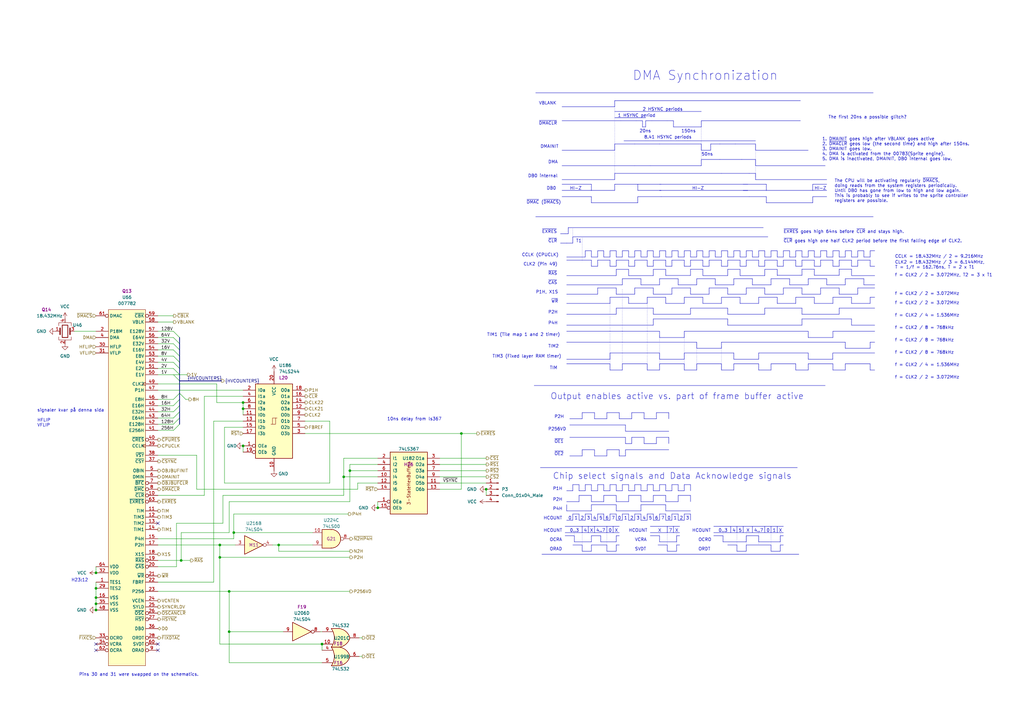
<source format=kicad_sch>
(kicad_sch (version 20230121) (generator eeschema)
  (paper "A3")
  (title_block (title "The Final Round") (date "2023-09-11") (company "Konami GX870") (comment 1 "Timing"))
  (junction (at 99.695 167.64))
  (junction (at 93.98 259.08))
  (junction (at 90.17 228.6))
  (junction (at 199.39 200.66))
  (junction (at 74.295 229.87))
  (junction (at 154.94 208.28))
  (junction (at 39.37 241.3))
  (junction (at 39.37 250.19))
  (junction (at 140.97 195.58))
  (junction (at 132.08 264.16))
  (junction (at 95.885 218.44))
  (junction (at 143.51 193.04))
  (junction (at 114.3 223.52))
  (junction (at 189.23 177.8))
  (junction (at 99.695 182.88))
  (junction (at 90.17 223.52))
  (junction (at 39.37 245.11))
  (junction (at 93.98 242.57))
  (junction (at 39.37 247.65))
  (junction (at 39.37 234.95))
  (junction (at 99.695 165.1))
  (no_connect (at 64.77 214.63))
  (no_connect (at 39.37 266.7))
  (no_connect (at 64.77 266.7))
  (no_connect (at 64.77 264.16))
  (no_connect (at 39.37 264.16))
  (bus_entry (at 71.12 148.59) (size 2.54 2.54))
  (bus_entry (at 71.12 140.97) (size 2.54 2.54))
  (bus_entry (at 71.12 171.45) (size 2.54 -2.54))
  (bus_entry (at 71.12 138.43) (size 2.54 2.54))
  (bus_entry (at 71.12 146.05) (size 2.54 2.54))
  (bus_entry (at 71.12 163.83) (size 2.54 -2.54))
  (bus_entry (at 71.12 168.91) (size 2.54 -2.54))
  (bus_entry (at 71.12 166.37) (size 2.54 -2.54))
  (bus_entry (at 71.12 135.89) (size 2.54 2.54))
  (bus_entry (at 71.12 151.13) (size 2.54 2.54))
  (bus_entry (at 71.12 176.53) (size 2.54 -2.54))
  (bus_entry (at 71.12 143.51) (size 2.54 2.54))
  (bus_entry (at 73.66 161.29) (size 2.54 2.54))
  (bus_entry (at 71.12 153.67) (size 2.54 2.54))
  (bus_entry (at 71.12 173.99) (size 2.54 -2.54))
  (wire (pts (xy 73.66 153.67) (xy 76.835 153.67)))
  (polyline (pts (xy 323.85 116.84) (xy 331.47 116.84)) (stroke (width 0) (type solid)))
  (polyline (pts (xy 234.95 210.82) (xy 237.49 210.82)) (stroke (width 0) (type solid)))
  (polyline (pts (xy 349.25 110.3902) (xy 349.25 112.9302)) (stroke (width 0) (type solid)))
  (polyline (pts (xy 341.63 151.765) (xy 346.71 151.765)) (stroke (width 0) (type solid)))
  (polyline (pts (xy 234.95 97.155) (xy 234.95 93.345)) (stroke (width 0) (type dot)))
  (polyline (pts (xy 288.29 113.03) (xy 298.45 113.03)) (stroke (width 0) (type solid)))
  (polyline (pts (xy 328.93 120.65) (xy 336.55 120.65)) (stroke (width 0) (type solid)))
  (polyline (pts (xy 270.51 147.32) (xy 280.67 147.32)) (stroke (width 0) (type solid)))
  (polyline (pts (xy 283.21 120.65) (xy 290.83 120.65)) (stroke (width 0) (type solid)))
  (polyline (pts (xy 331.47 138.43) (xy 341.63 138.43)) (stroke (width 0) (type solid)))
  (polyline (pts (xy 219.075 158.115) (xy 338.455 158.115)))
  (polyline (pts (xy 302.26 226.06) (xy 306.07 226.06)) (stroke (width 0) (type solid)))
  (polyline (pts (xy 341.63 138.43) (xy 341.63 135.89)) (stroke (width 0) (type solid)))
  (polyline (pts (xy 287.655 61.595) (xy 291.465 61.595)) (stroke (width 0) (type solid)))
  (wire (pts (xy 142.875 210.82) (xy 95.885 210.82)))
  (polyline (pts (xy 331.47 105.41) (xy 331.47 102.87)) (stroke (width 0) (type solid)))
  (polyline (pts (xy 262.89 116.84) (xy 270.51 116.84)) (stroke (width 0) (type solid)))
  (polyline (pts (xy 270.51 78.105) (xy 306.705 78.105)))
  (polyline (pts (xy 252.73 128.905) (xy 252.73 126.365)) (stroke (width 0) (type solid)))
  (polyline (pts (xy 242.57 109.22) (xy 245.11 109.22)) (stroke (width 0) (type solid)))
  (bus (pts (xy 73.66 138.43) (xy 73.66 140.97)))
  (polyline (pts (xy 250.19 121.92) (xy 257.81 121.92)) (stroke (width 0) (type solid)))
  (polyline (pts (xy 266.7 67.945) (xy 287.655 67.945)) (stroke (width 0) (type solid)))
  (polyline (pts (xy 288.29 110.4427) (xy 288.29 112.9827)) (stroke (width 0) (type solid)))
  (wire (pts (xy 143.51 226.06) (xy 114.3 226.06)))
  (polyline (pts (xy 275.59 109.22) (xy 275.59 106.68)) (stroke (width 0) (type solid)))
  (wire (pts (xy 90.17 223.52) (xy 90.17 228.6)))
  (polyline (pts (xy 277.495 222.25) (xy 277.495 219.71)) (stroke (width 0) (type solid)))
  (polyline (pts (xy 278.13 203.2) (xy 283.21 203.2)) (stroke (width 0) (type solid)))
  (polyline (pts (xy 267.97 118.11) (xy 267.97 120.65)) (stroke (width 0) (type solid)))
  (polyline (pts (xy 238.76 218.44) (xy 238.76 223.52)) (stroke (width 0) (type dot)))
  (polyline (pts (xy 311.15 144.78) (xy 331.47 144.78)) (stroke (width 0) (type solid)))
  (polyline (pts (xy 283.21 112.9827) (xy 283.21 110.4427)) (stroke (width 0) (type solid)))
  (wire (pts (xy 64.77 238.76) (xy 87.63 238.76)))
  (polyline (pts (xy 260.35 118.11) (xy 267.97 118.11)) (stroke (width 0) (type solid)))
  (polyline (pts (xy 293.37 114.3) (xy 293.37 116.84)) (stroke (width 0) (type solid)))
  (polyline (pts (xy 320.04 218.44) (xy 320.04 223.52)) (stroke (width 0) (type dot)))
  (polyline (pts (xy 240.03 102.87) (xy 242.57 102.87)) (stroke (width 0) (type solid)))
  (polyline (pts (xy 243.84 171.7675) (xy 248.92 171.7675)) (stroke (width 0) (type solid)))
  (polyline (pts (xy 349.25 133.35) (xy 358.775 133.35)) (stroke (width 0) (type solid)))
  (polyline (pts (xy 283.21 128.905) (xy 283.21 126.365)) (stroke (width 0) (type solid)))
  (wire (pts (xy 30.48 135.89) (xy 39.37 135.89)))
  (polyline (pts (xy 232.41 201.295) (xy 234.95 201.295)) (stroke (width 0) (type solid)))
  (polyline (pts (xy 356.87 106.68) (xy 356.87 109.22)) (stroke (width 0) (type solid)))
  (polyline (pts (xy 331.47 149.225) (xy 341.63 149.225)) (stroke (width 0) (type solid)))
  (polyline (pts (xy 243.84 187.0075) (xy 243.84 184.4675)) (stroke (width 0) (type solid)))
  (polyline (pts (xy 259.08 169.2275) (xy 264.16 169.2275)) (stroke (width 0) (type solid)))
  (polyline (pts (xy 269.24 181.9275) (xy 269.24 179.3875)) (stroke (width 0) (type solid)))
  (wire (pts (xy 143.51 193.04) (xy 154.94 193.04)))
  (polyline (pts (xy 280.67 109.22) (xy 283.21 109.22)) (stroke (width 0) (type solid)))
  (wire (pts (xy 64.77 132.08) (xy 71.12 132.08)))
  (polyline (pts (xy 238.76 106.68) (xy 238.76 97.155)) (stroke (width 0) (type dot)))
  (polyline (pts (xy 339.09 73.66) (xy 309.88 73.66)) (stroke (width 0) (type solid)))
  (polyline (pts (xy 259.08 179.3875) (xy 264.16 179.3875)) (stroke (width 0) (type solid)))
  (wire (pts (xy 147.32 269.24) (xy 148.59 269.24)))
  (polyline (pts (xy 316.23 114.3) (xy 323.85 114.3)) (stroke (width 0) (type solid)))
  (polyline (pts (xy 269.24 169.2275) (xy 274.32 169.2275)) (stroke (width 0) (type solid)))
  (polyline (pts (xy 238.76 226.06) (xy 238.76 223.52)) (stroke (width 0) (type solid)))
  (polyline (pts (xy 232.41 116.84) (xy 255.27 116.84)) (stroke (width 0) (type solid)))
  (polyline (pts (xy 334.01 106.68) (xy 334.01 109.22)) (stroke (width 0) (type solid)))
  (polyline (pts (xy 349.25 109.22) (xy 351.79 109.22)) (stroke (width 0) (type solid)))
  (polyline (pts (xy 280.67 121.92) (xy 288.29 121.92)) (stroke (width 0) (type solid)))
  (polyline (pts (xy 313.69 126.365) (xy 328.93 126.365)) (stroke (width 0) (type solid)))
  (polyline (pts (xy 265.43 198.755) (xy 267.97 198.755)) (stroke (width 0) (type solid)))
  (polyline (pts (xy 314.325 75.565) (xy 304.8 75.565)) (stroke (width 0) (type solid)))
  (polyline (pts (xy 339.09 114.3) (xy 339.09 116.84)) (stroke (width 0) (type solid)))
  (polyline (pts (xy 313.69 120.65) (xy 321.31 120.65)) (stroke (width 0) (type solid)))
  (polyline (pts (xy 334.01 110.3902) (xy 334.01 112.9302)) (stroke (width 0) (type solid)))
  (polyline (pts (xy 252.095 78.105) (xy 252.095 75.565)) (stroke (width 0) (type solid)))
  (polyline (pts (xy 311.15 222.25) (xy 320.04 222.25)) (stroke (width 0) (type solid)))
  (polyline (pts (xy 344.17 109.22) (xy 344.17 106.68)) (stroke (width 0) (type solid)))
  (polyline (pts (xy 252.73 205.74) (xy 252.73 203.2)) (stroke (width 0) (type solid)))
  (polyline (pts (xy 267.97 198.755) (xy 267.97 201.295)) (stroke (width 0) (type solid)))
  (polyline (pts (xy 267.335 49.53) (xy 273.685 49.53)))
  (polyline (pts (xy 334.01 121.92) (xy 334.01 124.46)) (stroke (width 0) (type solid)))
  (polyline (pts (xy 267.97 213.36) (xy 270.51 213.36)) (stroke (width 0) (type solid)))
  (polyline (pts (xy 262.89 114.3) (xy 262.89 116.84)) (stroke (width 0) (type solid)))
  (polyline (pts (xy 248.92 215.9) (xy 251.46 215.9)) (stroke (width 0) (type solid)))
  (polyline (pts (xy 328.93 128.905) (xy 344.17 128.905)) (stroke (width 0) (type solid)))
  (polyline (pts (xy 260.35 198.755) (xy 260.35 201.295)) (stroke (width 0) (type solid)))
  (polyline (pts (xy 222.25 227.33) (xy 327.66 227.33)))
  (wire (pts (xy 154.94 205.74) (xy 154.94 208.28)))
  (polyline (pts (xy 231.775 219.71) (xy 235.585 219.71)) (stroke (width 0) (type solid)))
  (polyline (pts (xy 280.67 147.32) (xy 280.67 144.78)) (stroke (width 0) (type solid)))
  (polyline (pts (xy 265.43 198.755) (xy 265.43 201.295)) (stroke (width 0) (type solid)))
  (polyline (pts (xy 250.19 105.41) (xy 250.19 102.87)) (stroke (width 0) (type solid)))
  (polyline (pts (xy 265.43 109.22) (xy 267.97 109.22)) (stroke (width 0) (type solid)))
  (polyline (pts (xy 250.19 144.78) (xy 270.51 144.78)) (stroke (width 0) (type solid)))
  (polyline (pts (xy 356.87 140.335) (xy 358.775 140.335)) (stroke (width 0) (type solid)))
  (polyline (pts (xy 328.93 110.3902) (xy 334.01 110.3902)) (stroke (width 0) (type solid)))
  (polyline (pts (xy 273.685 215.9) (xy 276.225 215.9)) (stroke (width 0) (type solid)))
  (polyline (pts (xy 295.91 105.41) (xy 295.91 102.87)) (stroke (width 0) (type solid)))
  (polyline (pts (xy 298.45 113.03) (xy 298.45 110.49)) (stroke (width 0) (type solid)))
  (polyline (pts (xy 295.91 102.87) (xy 298.45 102.87)) (stroke (width 0) (type solid)))
  (wire (pts (xy 64.77 148.59) (xy 71.12 148.59)))
  (polyline (pts (xy 346.71 114.3) (xy 354.33 114.3)) (stroke (width 0) (type solid)))
  (wire (pts (xy 64.77 138.43) (xy 71.12 138.43)))
  (wire (pts (xy 92.075 198.12) (xy 92.075 175.26)))
  (polyline (pts (xy 336.55 118.11) (xy 344.17 118.11)) (stroke (width 0) (type solid)))
  (polyline (pts (xy 328.93 105.41) (xy 331.47 105.41)) (stroke (width 0) (type solid)))
  (wire (pts (xy 64.77 153.67) (xy 71.12 153.67)))
  (wire (pts (xy 87.63 172.72) (xy 99.695 172.72)))
  (polyline (pts (xy 306.07 223.52) (xy 316.23 223.52)) (stroke (width 0) (type solid)))
  (polyline (pts (xy 231.775 218.44) (xy 238.76 218.44)) (stroke (width 0) (type solid)))
  (polyline (pts (xy 263.525 52.07) (xy 263.525 49.53)) (stroke (width 0) (type solid)))
  (polyline (pts (xy 274.32 181.9275) (xy 274.32 179.3875)) (stroke (width 0) (type solid)))
  (polyline (pts (xy 356.87 121.92) (xy 358.775 121.92)) (stroke (width 0) (type solid)))
  (wire (pts (xy 72.39 232.41) (xy 72.39 214.63)))
  (polyline (pts (xy 306.07 118.11) (xy 313.69 118.11)) (stroke (width 0) (type solid)))
  (polyline (pts (xy 290.83 120.65) (xy 290.83 118.11)) (stroke (width 0) (type solid)))
  (polyline (pts (xy 283.21 198.755) (xy 283.21 201.295)) (stroke (width 0) (type solid)))
  (polyline (pts (xy 346.71 105.41) (xy 346.71 102.87)) (stroke (width 0) (type solid)))
  (polyline (pts (xy 252.73 209.55) (xy 252.73 207.01)) (stroke (width 0) (type solid)))
  (wire (pts (xy 64.77 140.97) (xy 71.12 140.97)))
  (polyline (pts (xy 242.57 78.105) (xy 242.57 75.565)) (stroke (width 0) (type solid)))
  (polyline (pts (xy 252.73 198.755) (xy 252.73 201.295)) (stroke (width 0) (type solid)))
  (polyline (pts (xy 295.275 65.405) (xy 304.165 65.405)))
  (polyline (pts (xy 237.49 205.74) (xy 237.49 203.2)) (stroke (width 0) (type solid)))
  (polyline (pts (xy 230.505 61.595) (xy 252.095 61.595)) (stroke (width 0) (type solid)))
  (polyline (pts (xy 230.505 49.53) (xy 254.635 49.53)) (stroke (width 0) (type solid)))
  (polyline (pts (xy 273.685 218.4277) (xy 276.225 218.4277)) (stroke (width 0) (type solid)))
  (polyline (pts (xy 287.655 52.07) (xy 287.655 49.53)) (stroke (width 0) (type solid)))
  (polyline (pts (xy 250.19 151.765) (xy 255.27 151.765)) (stroke (width 0) (type solid)))
  (wire (pts (xy 74.295 229.87) (xy 74.295 218.44)))
  (polyline (pts (xy 264.16 181.9275) (xy 269.24 181.9275)) (stroke (width 0) (type solid)))
  (polyline (pts (xy 232.41 135.89) (xy 270.51 135.89)) (stroke (width 0) (type solid)))
  (polyline (pts (xy 273.05 205.74) (xy 278.13 205.74)) (stroke (width 0) (type solid)))
  (polyline (pts (xy 250.19 106.68) (xy 250.19 109.22)) (stroke (width 0) (type solid)))
  (polyline (pts (xy 265.43 151.765) (xy 265.43 149.225)) (stroke (width 0) (type solid)))
  (bus (pts (xy 73.66 151.13) (xy 73.66 153.67)))
  (polyline (pts (xy 336.55 109.22) (xy 336.55 106.68)) (stroke (width 0) (type solid)))
  (polyline (pts (xy 243.84 187.0075) (xy 248.92 187.0075)) (stroke (width 0) (type solid)))
  (wire (pts (xy 39.37 232.41) (xy 39.37 234.95)))
  (polyline (pts (xy 328.93 118.11) (xy 328.93 120.65)) (stroke (width 0) (type solid)))
  (polyline (pts (xy 267.97 201.295) (xy 270.51 201.295)) (stroke (width 0) (type solid)))
  (polyline (pts (xy 267.97 210.82) (xy 267.97 213.36)) (stroke (width 0) (type solid)))
  (polyline (pts (xy 242.57 219.71) (xy 246.38 219.71)) (stroke (width 0) (type solid)))
  (polyline (pts (xy 288.29 105.41) (xy 288.29 102.87)) (stroke (width 0) (type solid)))
  (polyline (pts (xy 333.375 78.105) (xy 314.325 78.105)) (stroke (width 0) (type solid)))
  (polyline (pts (xy 245.11 102.87) (xy 247.65 102.87)) (stroke (width 0) (type solid)))
  (polyline (pts (xy 267.97 109.22) (xy 267.97 106.68)) (stroke (width 0) (type solid)))
  (polyline (pts (xy 260.35 120.65) (xy 260.35 118.11)) (stroke (width 0) (type solid)))
  (polyline (pts (xy 247.65 213.36) (xy 250.19 213.36)) (stroke (width 0) (type solid)))
  (polyline (pts (xy 306.07 120.65) (xy 306.07 118.11)) (stroke (width 0) (type solid)))
  (polyline (pts (xy 309.88 59.69) (xy 309.88 73.025)) (stroke (width 0) (type dot)))
  (polyline (pts (xy 298.45 128.905) (xy 313.69 128.905)) (stroke (width 0) (type solid)))
  (wire (pts (xy 64.77 168.91) (xy 71.12 168.91)))
  (polyline (pts (xy 341.63 102.87) (xy 344.17 102.87)) (stroke (width 0) (type solid)))
  (polyline (pts (xy 341.63 151.765) (xy 341.63 149.225)) (stroke (width 0) (type solid)))
  (polyline (pts (xy 280.67 151.765) (xy 285.75 151.765)) (stroke (width 0) (type solid)))
  (polyline (pts (xy 257.81 110.49) (xy 257.81 113.03)) (stroke (width 0) (type solid)))
  (wire (pts (xy 64.77 135.89) (xy 71.12 135.89)))
  (wire (pts (xy 90.17 228.6) (xy 143.51 228.6)))
  (polyline (pts (xy 326.39 106.68) (xy 326.39 109.22)) (stroke (width 0) (type solid)))
  (polyline (pts (xy 234.95 198.755) (xy 234.95 201.295)) (stroke (width 0) (type solid)))
  (polyline (pts (xy 280.67 137.16) (xy 280.67 150.495)) (stroke (width 0) (type dot)))
  (polyline (pts (xy 295.91 121.92) (xy 295.91 124.46)) (stroke (width 0) (type solid)))
  (polyline (pts (xy 331.47 147.32) (xy 341.63 147.32)) (stroke (width 0) (type solid)))
  (wire (pts (xy 88.9 165.1) (xy 99.695 165.1)))
  (polyline (pts (xy 275.59 102.87) (xy 278.13 102.87)) (stroke (width 0) (type solid)))
  (polyline (pts (xy 326.39 151.765) (xy 326.39 149.225)) (stroke (width 0) (type solid)))
  (polyline (pts (xy 273.05 110.49) (xy 273.05 113.03)) (stroke (width 0) (type solid)))
  (polyline (pts (xy 292.735 218.44) (xy 321.31 218.44)) (stroke (width 0) (type solid)))
  (polyline (pts (xy 306.07 106.68) (xy 311.15 106.68)) (stroke (width 0) (type solid)))
  (polyline (pts (xy 295.91 140.335) (xy 346.71 140.335)) (stroke (width 0) (type solid)))
  (polyline (pts (xy 308.61 105.41) (xy 311.15 105.41)) (stroke (width 0) (type solid)))
  (polyline (pts (xy 314.325 78.105) (xy 314.325 75.565)) (stroke (width 0) (type solid)))
  (wire (pts (xy 140.97 187.96) (xy 154.94 187.96)))
  (polyline (pts (xy 346.71 142.875) (xy 356.87 142.875)) (stroke (width 0) (type solid)))
  (polyline (pts (xy 265.43 121.92) (xy 265.43 124.46)) (stroke (width 0) (type solid)))
  (polyline (pts (xy 248.92 184.4675) (xy 254 184.4675)) (stroke (width 0) (type solid)))
  (polyline (pts (xy 234.95 99.695) (xy 234.95 97.155)) (stroke (width 0) (type solid)))
  (polyline (pts (xy 260.35 59.055) (xy 270.51 59.055)))
  (polyline (pts (xy 267.97 106.68) (xy 273.05 106.68)) (stroke (width 0) (type solid)))
  (polyline (pts (xy 285.75 105.41) (xy 285.75 102.87)) (stroke (width 0) (type solid)))
  (polyline (pts (xy 321.31 102.87) (xy 323.85 102.87)) (stroke (width 0) (type solid)))
  (polyline (pts (xy 356.87 102.87) (xy 358.775 102.87)) (stroke (width 0) (type solid)))
  (polyline (pts (xy 320.04 219.71) (xy 321.31 219.71)) (stroke (width 0) (type solid)))
  (polyline (pts (xy 349.25 105.41) (xy 349.25 102.87)) (stroke (width 0) (type solid)))
  (polyline (pts (xy 250.19 124.46) (xy 250.19 149.225)) (stroke (width 0) (type dot)))
  (polyline (pts (xy 291.465 59.055) (xy 295.275 59.055)) (stroke (width 0) (type solid)))
  (polyline (pts (xy 232.41 120.65) (xy 245.11 120.65)) (stroke (width 0) (type solid)))
  (wire (pts (xy 132.08 264.16) (xy 132.08 266.7)))
  (polyline (pts (xy 300.99 102.87) (xy 303.53 102.87)) (stroke (width 0) (type solid)))
  (polyline (pts (xy 237.49 213.36) (xy 240.03 213.36)) (stroke (width 0) (type solid)))
  (polyline (pts (xy 252.73 205.74) (xy 257.81 205.74)) (stroke (width 0) (type solid)))
  (polyline (pts (xy 255.27 105.41) (xy 255.27 102.87)) (stroke (width 0) (type solid)))
  (polyline (pts (xy 344.17 105.41) (xy 344.17 102.87)) (stroke (width 0) (type solid)))
  (polyline (pts (xy 334.01 124.46) (xy 341.63 124.46)) (stroke (width 0) (type solid)))
  (polyline (pts (xy 311.15 102.87) (xy 313.69 102.87)) (stroke (width 0) (type solid)))
  (polyline (pts (xy 296.545 222.25) (xy 306.07 222.25)) (stroke (width 0) (type solid)))
  (wire (pts (xy 92.075 175.26) (xy 99.695 175.26)))
  (polyline (pts (xy 265.43 102.87) (xy 267.97 102.87)) (stroke (width 0) (type solid)))
  (polyline (pts (xy 302.26 218.44) (xy 302.26 223.52)) (stroke (width 0) (type dot)))
  (polyline (pts (xy 351.79 120.65) (xy 351.79 118.11)) (stroke (width 0) (type solid)))
  (polyline (pts (xy 306.07 109.22) (xy 306.07 106.68)) (stroke (width 0) (type solid)))
  (polyline (pts (xy 267.97 203.2) (xy 273.05 203.2)) (stroke (width 0) (type solid)))
  (polyline (pts (xy 242.57 222.25) (xy 242.57 219.71)) (stroke (width 0) (type solid)))
  (polyline (pts (xy 267.97 105.41) (xy 267.97 102.87)) (stroke (width 0) (type solid)))
  (polyline (pts (xy 271.145 80.645) (xy 261.62 80.645)) (stroke (width 0) (type solid)))
  (polyline (pts (xy 259.08 181.9275) (xy 259.08 179.3875)) (stroke (width 0) (type solid)))
  (polyline (pts (xy 245.11 105.41) (xy 245.11 102.87)) (stroke (width 0) (type solid)))
  (polyline (pts (xy 262.89 210.82) (xy 262.89 213.36)) (stroke (width 0) (type solid)))
  (polyline (pts (xy 288.29 109.22) (xy 290.83 109.22)) (stroke (width 0) (type solid)))
  (polyline (pts (xy 252.73 120.65) (xy 260.35 120.65)) (stroke (width 0) (type solid)))
  (polyline (pts (xy 313.69 109.22) (xy 313.69 106.68)) (stroke (width 0) (type solid)))
  (wire (pts (xy 93.98 205.74) (xy 143.51 205.74)))
  (polyline (pts (xy 233.68 174.3075) (xy 256.54 174.3075)) (stroke (width 0) (type solid)))
  (polyline (pts (xy 232.41 209.55) (xy 242.57 209.55)) (stroke (width 0) (type solid)))
  (polyline (pts (xy 296.545 218.44) (xy 296.545 219.71)) (stroke (width 0) (type dot)))
  (polyline (pts (xy 232.41 105.41) (xy 240.03 105.41)) (stroke (width 0) (type solid)))
  (polyline (pts (xy 248.92 187.0075) (xy 248.92 184.4675)) (stroke (width 0) (type solid)))
  (polyline (pts (xy 257.81 213.36) (xy 260.35 213.36)) (stroke (width 0) (type solid)))
  (polyline (pts (xy 250.19 198.755) (xy 250.19 201.295)) (stroke (width 0) (type solid)))
  (wire (pts (xy 146.685 200.66) (xy 146.685 198.12)))
  (polyline (pts (xy 311.15 106.68) (xy 311.15 109.22)) (stroke (width 0) (type solid)))
  (polyline (pts (xy 285.75 102.87) (xy 288.29 102.87)) (stroke (width 0) (type solid)))
  (polyline (pts (xy 278.13 114.3) (xy 278.13 116.84)) (stroke (width 0) (type solid)))
  (polyline (pts (xy 271.145 78.105) (xy 261.62 78.105)) (stroke (width 0) (type solid)))
  (polyline (pts (xy 323.85 114.3) (xy 323.85 116.84)) (stroke (width 0) (type solid)))
  (polyline (pts (xy 300.99 105.41) (xy 300.99 102.87)) (stroke (width 0) (type solid)))
  (polyline (pts (xy 298.45 120.65) (xy 306.07 120.65)) (stroke (width 0) (type solid)))
  (polyline (pts (xy 292.735 215.9) (xy 321.31 215.9)) (stroke (width 0) (type solid)))
  (polyline (pts (xy 298.45 106.68) (xy 303.53 106.68)) (stroke (width 0) (type solid)))
  (polyline (pts (xy 257.81 105.41) (xy 260.35 105.41)) (stroke (width 0) (type solid)))
  (polyline (pts (xy 354.33 105.41) (xy 356.87 105.41)) (stroke (width 0) (type solid)))
  (polyline (pts (xy 248.92 226.06) (xy 252.73 226.06)) (stroke (width 0) (type solid)))
  (polyline (pts (xy 316.23 102.87) (xy 318.77 102.87)) (stroke (width 0) (type solid)))
  (polyline (pts (xy 260.35 106.68) (xy 265.43 106.68)) (stroke (width 0) (type solid)))
  (wire (pts (xy 74.295 229.87) (xy 78.105 229.87)))
  (polyline (pts (xy 309.88 73.66) (xy 309.88 71.12)) (stroke (width 0) (type solid)))
  (polyline (pts (xy 232.41 209.55) (xy 232.41 207.01)) (stroke (width 0) (type solid)))
  (polyline (pts (xy 323.85 105.41) (xy 323.85 102.87)) (stroke (width 0) (type solid)))
  (polyline (pts (xy 277.495 223.52) (xy 278.765 223.52)) (stroke (width 0) (type solid)))
  (polyline (pts (xy 287.655 61.595) (xy 287.655 59.055)) (stroke (width 0) (type solid)))
  (polyline (pts (xy 326.39 121.92) (xy 334.01 121.92)) (stroke (width 0) (type solid)))
  (polyline (pts (xy 262.89 105.41) (xy 262.89 102.87)) (stroke (width 0) (type solid)))
  (polyline (pts (xy 252.73 210.82) (xy 252.73 213.36)) (stroke (width 0) (type solid)))
  (polyline (pts (xy 245.11 106.68) (xy 250.19 106.68)) (stroke (width 0) (type solid)))
  (polyline (pts (xy 339.09 75.565) (xy 333.375 75.565)) (stroke (width 0) (type solid)))
  (polyline (pts (xy 232.41 133.35) (xy 267.97 133.35)) (stroke (width 0) (type solid)))
  (polyline (pts (xy 251.46 215.9) (xy 254 215.9)) (stroke (width 0) (type solid)))
  (polyline (pts (xy 300.99 116.84) (xy 300.99 114.3)) (stroke (width 0) (type solid)))
  (polyline (pts (xy 243.84 218.44) (xy 248.92 218.44)) (stroke (width 0) (type solid)))
  (wire (pts (xy 64.77 160.02) (xy 99.695 160.02)))
  (polyline (pts (xy 230.505 67.945) (xy 260.35 67.945)) (stroke (width 0) (type solid)))
  (wire (pts (xy 88.9 165.1) (xy 88.9 157.48)))
  (polyline (pts (xy 339.09 80.645) (xy 333.375 80.645)) (stroke (width 0) (type solid)))
  (polyline (pts (xy 278.13 210.82) (xy 278.13 213.36)) (stroke (width 0) (type solid)))
  (polyline (pts (xy 276.225 218.44) (xy 276.225 215.9)) (stroke (width 0) (type solid)))
  (wire (pts (xy 199.39 200.66) (xy 199.39 203.2)))
  (polyline (pts (xy 257.81 105.41) (xy 257.81 102.87)) (stroke (width 0) (type solid)))
  (polyline (pts (xy 261.62 75.565) (xy 252.095 75.565)) (stroke (width 0) (type solid)))
  (polyline (pts (xy 318.77 106.68) (xy 318.77 109.22)) (stroke (width 0) (type solid)))
  (wire (pts (xy 72.39 214.63) (xy 91.44 214.63)))
  (polyline (pts (xy 262.89 205.74) (xy 262.89 203.2)) (stroke (width 0) (type solid)))
  (polyline (pts (xy 245.11 198.755) (xy 247.65 198.755)) (stroke (width 0) (type solid)))
  (polyline (pts (xy 238.76 169.2275) (xy 243.84 169.2275)) (stroke (width 0) (type solid)))
  (polyline (pts (xy 221.615 191.77) (xy 327.025 191.77)))
  (polyline (pts (xy 262.89 105.41) (xy 265.43 105.41)) (stroke (width 0) (type solid)))
  (polyline (pts (xy 280.67 198.755) (xy 283.21 198.755)) (stroke (width 0) (type solid)))
  (polyline (pts (xy 308.61 116.84) (xy 316.23 116.84)) (stroke (width 0) (type solid)))
  (polyline (pts (xy 242.57 205.74) (xy 242.57 203.2)) (stroke (width 0) (type solid)))
  (polyline (pts (xy 238.76 215.9) (xy 241.3 215.9)) (stroke (width 0) (type solid)))
  (polyline (pts (xy 313.69 105.41) (xy 316.23 105.41)) (stroke (width 0) (type solid)))
  (polyline (pts (xy 344.17 126.365) (xy 358.775 126.365)) (stroke (width 0) (type solid)))
  (polyline (pts (xy 232.41 205.74) (xy 237.49 205.74)) (stroke (width 0) (type solid)))
  (polyline (pts (xy 293.37 105.41) (xy 295.91 105.41)) (stroke (width 0) (type solid)))
  (polyline (pts (xy 266.7 218.44) (xy 273.685 218.44)) (stroke (width 0) (type solid)))
  (polyline (pts (xy 298.45 128.905) (xy 298.45 126.365)) (stroke (width 0) (type solid)))
  (wire (pts (xy 64.77 220.98) (xy 95.885 220.98)))
  (wire (pts (xy 143.51 190.5) (xy 154.94 190.5)))
  (polyline (pts (xy 242.57 105.41) (xy 245.11 105.41)) (stroke (width 0) (type solid)))
  (wire (pts (xy 93.98 259.08) (xy 116.205 259.08)))
  (polyline (pts (xy 273.05 121.92) (xy 273.05 124.46)) (stroke (width 0) (type solid)))
  (polyline (pts (xy 303.53 105.41) (xy 303.53 102.87)) (stroke (width 0) (type solid)))
  (polyline (pts (xy 242.57 209.55) (xy 242.57 207.01)) (stroke (width 0) (type solid)))
  (polyline (pts (xy 275.59 120.65) (xy 275.59 118.11)) (stroke (width 0) (type solid)))
  (polyline (pts (xy 229.87 95.885) (xy 231.775 95.885)))
  (polyline (pts (xy 232.41 140.335) (xy 285.75 140.335)) (stroke (width 0) (type solid)))
  (wire (pts (xy 71.12 153.67) (xy 73.66 153.67)))
  (polyline (pts (xy 341.63 121.92) (xy 341.63 124.46)) (stroke (width 0) (type solid)))
  (polyline (pts (xy 271.145 80.645) (xy 307.34 80.645)))
  (polyline (pts (xy 304.8 218.4277) (xy 304.8 215.8877)) (stroke (width 0) (type solid)))
  (polyline (pts (xy 273.05 201.295) (xy 275.59 201.295)) (stroke (width 0) (type solid)))
  (polyline (pts (xy 275.59 198.755) (xy 275.59 201.295)) (stroke (width 0) (type solid)))
  (polyline (pts (xy 326.39 151.765) (xy 331.47 151.765)) (stroke (width 0) (type solid)))
  (polyline (pts (xy 233.68 171.7675) (xy 238.76 171.7675)) (stroke (width 0) (type solid)))
  (wire (pts (xy 99.695 165.1) (xy 99.695 167.64)))
  (polyline (pts (xy 247.65 205.74) (xy 247.65 203.2)) (stroke (width 0) (type solid)))
  (wire (pts (xy 64.77 203.2) (xy 83.82 203.2)))
  (wire (pts (xy 180.34 200.66) (xy 189.23 200.66)))
  (polyline (pts (xy 306.07 222.25) (xy 306.07 219.71)) (stroke (width 0) (type solid)))
  (polyline (pts (xy 252.73 126.365) (xy 267.97 126.365)) (stroke (width 0) (type solid)))
  (polyline (pts (xy 278.13 213.36) (xy 280.67 213.36)) (stroke (width 0) (type solid)))
  (polyline (pts (xy 273.685 49.53) (xy 276.225 49.53)) (stroke (width 0) (type solid)))
  (polyline (pts (xy 250.19 109.22) (xy 252.73 109.22)) (stroke (width 0) (type solid)))
  (polyline (pts (xy 288.29 124.46) (xy 295.91 124.46)) (stroke (width 0) (type solid)))
  (polyline (pts (xy 235.585 222.25) (xy 242.57 222.25)) (stroke (width 0) (type solid)))
  (polyline (pts (xy 257.81 210.82) (xy 257.81 213.36)) (stroke (width 0) (type solid)))
  (wire (pts (xy 143.51 205.74) (xy 143.51 193.04)))
  (wire (pts (xy 140.97 203.2) (xy 140.97 195.58)))
  (polyline (pts (xy 270.51 105.41) (xy 270.51 102.87)) (stroke (width 0) (type solid)))
  (polyline (pts (xy 303.53 121.92) (xy 303.53 124.46)) (stroke (width 0) (type solid)))
  (polyline (pts (xy 299.72 218.44) (xy 299.72 215.9)) (stroke (width 0) (type solid)))
  (polyline (pts (xy 306.07 219.71) (xy 311.15 219.71)) (stroke (width 0) (type solid)))
  (polyline (pts (xy 316.23 226.06) (xy 320.04 226.06)) (stroke (width 0) (type solid)))
  (wire (pts (xy 92.075 198.12) (xy 135.255 198.12)))
  (polyline (pts (xy 273.05 213.36) (xy 275.59 213.36)) (stroke (width 0) (type solid)))
  (polyline (pts (xy 270.51 102.87) (xy 273.05 102.87)) (stroke (width 0) (type solid)))
  (polyline (pts (xy 267.97 120.65) (xy 275.59 120.65)) (stroke (width 0) (type solid)))
  (polyline (pts (xy 273.05 205.74) (xy 273.05 203.2)) (stroke (width 0) (type solid)))
  (polyline (pts (xy 356.87 142.875) (xy 356.87 140.335)) (stroke (width 0) (type solid)))
  (polyline (pts (xy 252.73 209.55) (xy 262.89 209.55)) (stroke (width 0) (type solid)))
  (polyline (pts (xy 303.53 106.68) (xy 303.53 109.22)) (stroke (width 0) (type solid)))
  (polyline (pts (xy 270.51 151.765) (xy 270.51 149.225)) (stroke (width 0) (type solid)))
  (polyline (pts (xy 318.77 218.44) (xy 318.77 215.8877)) (stroke (width 0) (type solid)))
  (polyline (pts (xy 278.13 205.74) (xy 278.13 203.2)) (stroke (width 0) (type solid)))
  (wire (pts (xy 125.095 172.72) (xy 135.255 172.72)))
  (polyline (pts (xy 257.81 198.755) (xy 257.81 201.295)) (stroke (width 0) (type solid)))
  (polyline (pts (xy 303.53 110.49) (xy 303.53 113.03)) (stroke (width 0) (type solid)))
  (bus (pts (xy 73.66 153.67) (xy 73.66 156.21)))
  (wire (pts (xy 64.77 242.57) (xy 93.98 242.57)))
  (polyline (pts (xy 320.04 223.52) (xy 321.31 223.52)) (stroke (width 0) (type solid)))
  (polyline (pts (xy 235.585 222.25) (xy 235.585 219.71)) (stroke (width 0) (type solid)))
  (polyline (pts (xy 311.15 121.92) (xy 311.15 124.46)) (stroke (width 0) (type solid)))
  (polyline (pts (xy 232.41 149.225) (xy 250.19 149.225)) (stroke (width 0) (type solid)))
  (wire (pts (xy 80.645 186.69) (xy 80.645 200.66)))
  (polyline (pts (xy 313.69 118.11) (xy 313.69 120.65)) (stroke (width 0) (type solid)))
  (polyline (pts (xy 344.17 128.905) (xy 344.17 126.365)) (stroke (width 0) (type solid)))
  (polyline (pts (xy 328.93 133.35) (xy 328.93 130.81)) (stroke (width 0) (type solid)))
  (polyline (pts (xy 248.92 169.2275) (xy 254 169.2275)) (stroke (width 0) (type solid)))
  (polyline (pts (xy 298.45 105.41) (xy 298.45 102.87)) (stroke (width 0) (type solid)))
  (polyline (pts (xy 243.84 218.44) (xy 243.84 215.9)) (stroke (width 0) (type solid)))
  (polyline (pts (xy 260.35 109.22) (xy 260.35 106.68)) (stroke (width 0) (type solid)))
  (wire (pts (xy 114.3 223.52) (xy 128.27 223.52)))
  (polyline (pts (xy 283.21 126.365) (xy 298.45 126.365)) (stroke (width 0) (type solid)))
  (wire (pts (xy 95.885 218.44) (xy 128.27 218.44)))
  (polyline (pts (xy 283.21 118.11) (xy 283.21 120.65)) (stroke (width 0) (type solid)))
  (polyline (pts (xy 230.505 73.66) (xy 252.095 73.66)) (stroke (width 0) (type solid)))
  (wire (pts (xy 39.37 238.76) (xy 39.37 241.3)))
  (polyline (pts (xy 242.57 201.295) (xy 245.11 201.295)) (stroke (width 0) (type solid)))
  (bus (pts (xy 73.66 161.29) (xy 73.66 163.83)))
  (polyline (pts (xy 240.03 210.82) (xy 240.03 213.36)) (stroke (width 0) (type solid)))
  (polyline (pts (xy 303.53 124.46) (xy 311.15 124.46)) (stroke (width 0) (type solid)))
  (polyline (pts (xy 295.91 142.24) (xy 295.91 151.765)) (stroke (width 0) (type dot)))
  (polyline (pts (xy 336.55 120.65) (xy 336.55 118.11)) (stroke (width 0) (type solid)))
  (polyline (pts (xy 242.57 213.36) (xy 245.11 213.36)) (stroke (width 0) (type solid)))
  (polyline (pts (xy 231.775 215.9) (xy 238.76 215.9)) (stroke (width 0) (type solid)))
  (polyline (pts (xy 248.92 171.7675) (xy 248.92 169.2275)) (stroke (width 0) (type solid)))
  (polyline (pts (xy 252.73 113.03) (xy 252.73 110.49)) (stroke (width 0) (type solid)))
  (wire (pts (xy 93.98 259.08) (xy 93.98 271.78)))
  (polyline (pts (xy 270.51 198.755) (xy 273.05 198.755)) (stroke (width 0) (type solid)))
  (polyline (pts (xy 256.54 184.4675) (xy 274.32 184.4675)) (stroke (width 0) (type solid)))
  (polyline (pts (xy 318.77 105.41) (xy 321.31 105.41)) (stroke (width 0) (type solid)))
  (wire (pts (xy 147.32 261.62) (xy 148.59 261.62)))
  (polyline (pts (xy 346.71 102.87) (xy 349.25 102.87)) (stroke (width 0) (type solid)))
  (polyline (pts (xy 344.17 120.65) (xy 351.79 120.65)) (stroke (width 0) (type solid)))
  (polyline (pts (xy 252.095 41.275) (xy 328.295 41.275)) (stroke (width 0) (type solid)))
  (polyline (pts (xy 242.57 80.645) (xy 230.505 80.645)) (stroke (width 0) (type solid)))
  (polyline (pts (xy 270.51 218.44) (xy 270.51 219.71)) (stroke (width 0) (type dot)))
  (polyline (pts (xy 314.325 83.185) (xy 333.375 83.185)) (stroke (width 0) (type solid)))
  (polyline (pts (xy 295.91 151.765) (xy 300.99 151.765)) (stroke (width 0) (type solid)))
  (polyline (pts (xy 265.43 210.82) (xy 267.97 210.82)) (stroke (width 0) (type solid)))
  (polyline (pts (xy 354.33 105.41) (xy 354.33 102.87)) (stroke (width 0) (type solid)))
  (polyline (pts (xy 339.09 116.84) (xy 346.71 116.84)) (stroke (width 0) (type solid)))
  (polyline (pts (xy 251.46 218.44) (xy 251.46 215.9)) (stroke (width 0) (type solid)))
  (polyline (pts (xy 270.51 210.82) (xy 270.51 213.36)) (stroke (width 0) (type solid)))
  (polyline (pts (xy 291.465 61.595) (xy 291.465 59.055)) (stroke (width 0) (type solid)))
  (polyline (pts (xy 264.795 52.07) (xy 264.795 49.53)) (stroke (width 0) (type solid)))
  (polyline (pts (xy 245.11 210.82) (xy 247.65 210.82)) (stroke (width 0) (type solid)))
  (polyline (pts (xy 339.09 105.41) (xy 339.09 102.87)) (stroke (width 0) (type solid)))
  (polyline (pts (xy 267.97 128.905) (xy 267.97 126.365)) (stroke (width 0) (type solid)))
  (polyline (pts (xy 302.26 218.44) (xy 302.26 215.8877)) (stroke (width 0) (type solid)))
  (wire (pts (xy 64.77 151.13) (xy 71.12 151.13)))
  (polyline (pts (xy 232.41 106.68) (xy 242.57 106.68)) (stroke (width 0) (type solid)))
  (polyline (pts (xy 306.07 105.41) (xy 306.07 102.87)) (stroke (width 0) (type solid)))
  (polyline (pts (xy 250.19 151.765) (xy 250.19 149.225)) (stroke (width 0) (type solid)))
  (polyline (pts (xy 242.57 78.105) (xy 230.505 78.105)) (stroke (width 0) (type solid)))
  (polyline (pts (xy 259.08 171.7675) (xy 259.08 169.2275)) (stroke (width 0) (type solid)))
  (polyline (pts (xy 255.27 114.3) (xy 262.89 114.3)) (stroke (width 0) (type solid)))
  (wire (pts (xy 195.58 177.8) (xy 189.23 177.8)))
  (polyline (pts (xy 290.83 102.87) (xy 293.37 102.87)) (stroke (width 0) (type solid)))
  (polyline (pts (xy 257.81 205.74) (xy 257.81 203.2)) (stroke (width 0) (type solid)))
  (polyline (pts (xy 309.88 65.405) (xy 304.165 65.405)) (stroke (width 0) (type solid)))
  (polyline (pts (xy 237.49 198.755) (xy 237.49 201.295)) (stroke (width 0) (type solid)))
  (polyline (pts (xy 331.47 147.32) (xy 331.47 144.78)) (stroke (width 0) (type solid)))
  (wire (pts (xy 114.3 223.52) (xy 114.3 226.06)))
  (polyline (pts (xy 336.55 102.87) (xy 339.09 102.87)) (stroke (width 0) (type solid)))
  (polyline (pts (xy 298.45 223.52) (xy 302.26 223.52)) (stroke (width 0) (type solid)))
  (polyline (pts (xy 250.19 210.82) (xy 250.19 213.36)) (stroke (width 0) (type solid)))
  (wire (pts (xy 93.98 271.78) (xy 132.08 271.78)))
  (polyline (pts (xy 303.53 105.41) (xy 306.07 105.41)) (stroke (width 0) (type solid)))
  (polyline (pts (xy 349.25 105.41) (xy 351.79 105.41)) (stroke (width 0) (type solid)))
  (polyline (pts (xy 349.25 133.35) (xy 349.25 130.81)) (stroke (width 0) (type solid)))
  (polyline (pts (xy 274.32 171.7675) (xy 274.32 169.2275)) (stroke (width 0) (type solid)))
  (polyline (pts (xy 262.89 213.36) (xy 265.43 213.36)) (stroke (width 0) (type solid)))
  (polyline (pts (xy 246.38 222.25) (xy 246.38 219.71)) (stroke (width 0) (type solid)))
  (polyline (pts (xy 316.23 218.44) (xy 316.23 215.8877)) (stroke (width 0) (type solid)))
  (polyline (pts (xy 267.97 128.905) (xy 283.21 128.905)) (stroke (width 0) (type solid)))
  (polyline (pts (xy 287.655 67.945) (xy 287.655 65.405)) (stroke (width 0) (type solid)))
  (polyline (pts (xy 252.095 59.055) (xy 260.35 59.055)) (stroke (width 0) (type solid)))
  (polyline (pts (xy 247.65 105.41) (xy 247.65 102.87)) (stroke (width 0) (type solid)))
  (polyline (pts (xy 318.77 121.92) (xy 318.77 124.46)) (stroke (width 0) (type solid)))
  (polyline (pts (xy 351.79 118.11) (xy 358.775 118.11)) (stroke (width 0) (type solid)))
  (polyline (pts (xy 356.87 151.765) (xy 356.87 149.225)) (stroke (width 0) (type solid)))
  (polyline (pts (xy 280.67 102.87) (xy 283.21 102.87)) (stroke (width 0) (type solid)))
  (polyline (pts (xy 333.3315 83.185) (xy 333.3315 80.645)) (stroke (width 0) (type solid)))
  (polyline (pts (xy 245.11 210.82) (xy 245.11 213.36)) (stroke (width 0) (type solid)))
  (polyline (pts (xy 265.43 210.82) (xy 265.43 213.36)) (stroke (width 0) (type solid)))
  (wire (pts (xy 143.51 193.04) (xy 143.51 190.5)))
  (polyline (pts (xy 270.51 138.43) (xy 270.51 135.89)) (stroke (width 0) (type solid)))
  (polyline (pts (xy 316.23 116.84) (xy 316.23 114.3)) (stroke (width 0) (type solid)))
  (polyline (pts (xy 356.87 151.765) (xy 358.775 151.765)) (stroke (width 0) (type solid)))
  (polyline (pts (xy 247.65 210.82) (xy 247.65 213.36)) (stroke (width 0) (type solid)))
  (polyline (pts (xy 320.04 226.06) (xy 320.04 223.52)) (stroke (width 0) (type solid)))
  (bus (pts (xy 73.66 156.21) (xy 90.805 156.21)))
  (polyline (pts (xy 252.73 222.25) (xy 252.73 219.71)) (stroke (width 0) (type solid)))
  (wire (pts (xy 64.77 146.05) (xy 71.12 146.05)))
  (polyline (pts (xy 242.57 223.52) (xy 248.92 223.52)) (stroke (width 0) (type solid)))
  (wire (pts (xy 87.63 172.72) (xy 87.63 238.76)))
  (wire (pts (xy 64.77 173.99) (xy 71.12 173.99)))
  (polyline (pts (xy 341.63 105.41) (xy 341.63 102.87)) (stroke (width 0) (type solid)))
  (polyline (pts (xy 280.67 135.89) (xy 331.47 135.89)) (stroke (width 0) (type solid)))
  (polyline (pts (xy 255.27 210.82) (xy 255.27 213.36)) (stroke (width 0) (type solid)))
  (polyline (pts (xy 316.23 151.765) (xy 316.23 149.225)) (stroke (width 0) (type solid)))
  (polyline (pts (xy 252.73 118.11) (xy 252.73 120.65)) (stroke (width 0) (type solid)))
  (polyline (pts (xy 250.19 210.82) (xy 252.73 210.82)) (stroke (width 0) (type solid)))
  (polyline (pts (xy 250.19 147.32) (xy 250.19 144.78)) (stroke (width 0) (type solid)))
  (polyline (pts (xy 270.51 198.755) (xy 270.51 201.295)) (stroke (width 0) (type solid)))
  (polyline (pts (xy 252.73 213.36) (xy 255.27 213.36)) (stroke (width 0) (type solid)))
  (polyline (pts (xy 321.31 118.11) (xy 328.93 118.11)) (stroke (width 0) (type solid)))
  (polyline (pts (xy 293.37 116.84) (xy 300.99 116.84)) (stroke (width 0) (type solid)))
  (polyline (pts (xy 238.76 218.4277) (xy 241.3 218.4277)) (stroke (width 0) (type solid)))
  (polyline (pts (xy 313.69 110.49) (xy 318.77 110.49)) (stroke (width 0) (type solid)))
  (polyline (pts (xy 255.27 210.82) (xy 257.81 210.82)) (stroke (width 0) (type solid)))
  (polyline (pts (xy 328.93 128.905) (xy 328.93 126.365)) (stroke (width 0) (type solid)))
  (polyline (pts (xy 296.545 222.25) (xy 296.545 219.71)) (stroke (width 0) (type solid)))
  (polyline (pts (xy 233.045 93.345) (xy 313.055 93.345)) (stroke (width 0) (type solid)))
  (polyline (pts (xy 233.68 179.3875) (xy 256.54 179.3875)) (stroke (width 0) (type solid)))
  (polyline (pts (xy 273.05 106.68) (xy 273.05 109.22)) (stroke (width 0) (type solid)))
  (polyline (pts (xy 283.21 205.74) (xy 283.21 203.2)) (stroke (width 0) (type solid)))
  (polyline (pts (xy 287.655 52.07) (xy 276.225 52.07)) (stroke (width 0) (type solid)))
  (polyline (pts (xy 252.73 223.52) (xy 254 223.52)) (stroke (width 0) (type solid)))
  (polyline (pts (xy 308.61 105.41) (xy 308.61 102.87)) (stroke (width 0) (type solid)))
  (polyline (pts (xy 265.43 121.92) (xy 273.05 121.92)) (stroke (width 0) (type solid)))
  (polyline (pts (xy 278.13 105.41) (xy 280.67 105.41)) (stroke (width 0) (type solid)))
  (bus (pts (xy 73.66 163.83) (xy 73.66 166.37)))
  (polyline (pts (xy 242.57 226.06) (xy 242.57 223.52)) (stroke (width 0) (type solid)))
  (polyline (pts (xy 261.62 78.105) (xy 261.62 75.565)) (stroke (width 0) (type solid)))
  (polyline (pts (xy 321.31 120.65) (xy 321.31 118.11)) (stroke (width 0) (type solid)))
  (polyline (pts (xy 334.01 109.22) (xy 336.55 109.22)) (stroke (width 0) (type solid)))
  (polyline (pts (xy 338.455 67.945) (xy 309.88 67.945)) (stroke (width 0) (type solid)))
  (wire (pts (xy 180.34 198.12) (xy 199.39 198.12)))
  (polyline (pts (xy 321.31 106.68) (xy 326.39 106.68)) (stroke (width 0) (type solid)))
  (polyline (pts (xy 349.25 124.46) (xy 356.87 124.46)) (stroke (width 0) (type solid)))
  (polyline (pts (xy 283.21 105.41) (xy 283.21 102.87)) (stroke (width 0) (type solid)))
  (polyline (pts (xy 283.21 106.68) (xy 288.29 106.68)) (stroke (width 0) (type solid)))
  (polyline (pts (xy 295.91 142.875) (xy 295.91 140.335)) (stroke (width 0) (type solid)))
  (wire (pts (xy 99.695 182.88) (xy 99.695 185.42)))
  (polyline (pts (xy 260.35 210.82) (xy 260.35 213.36)) (stroke (width 0) (type solid)))
  (polyline (pts (xy 331.47 114.3) (xy 339.09 114.3)) (stroke (width 0) (type solid)))
  (polyline (pts (xy 287.655 49.53) (xy 328.295 49.53)) (stroke (width 0) (type solid)))
  (polyline (pts (xy 270.51 210.82) (xy 273.05 210.82)) (stroke (width 0) (type solid)))
  (polyline (pts (xy 234.95 97.155) (xy 314.96 97.155)) (stroke (width 0) (type solid)))
  (polyline (pts (xy 267.97 105.41) (xy 270.51 105.41)) (stroke (width 0) (type solid)))
  (polyline (pts (xy 309.88 71.12) (xy 307.34 71.12)) (stroke (width 0) (type solid)))
  (polyline (pts (xy 300.99 147.32) (xy 311.15 147.32)) (stroke (width 0) (type solid)))
  (polyline (pts (xy 290.83 106.68) (xy 295.91 106.68)) (stroke (width 0) (type solid)))
  (polyline (pts (xy 316.23 226.06) (xy 316.23 223.52)) (stroke (width 0) (type solid)))
  (polyline (pts (xy 302.26 226.06) (xy 302.26 223.52)) (stroke (width 0) (type solid)))
  (polyline (pts (xy 344.17 112.9302) (xy 344.17 110.3902)) (stroke (width 0) (type solid)))
  (polyline (pts (xy 287.655 52.07) (xy 287.655 65.405)) (stroke (width 0) (type dot)))
  (polyline (pts (xy 245.11 198.755) (xy 245.11 201.295)) (stroke (width 0) (type solid)))
  (polyline (pts (xy 256.54 179.3875) (xy 256.54 181.9275)) (stroke (width 0) (type solid)))
  (polyline (pts (xy 313.69 105.41) (xy 313.69 102.87)) (stroke (width 0) (type solid)))
  (wire (pts (xy 146.685 198.12) (xy 154.94 198.12)))
  (polyline (pts (xy 269.875 223.52) (xy 273.685 223.52)) (stroke (width 0) (type solid)))
  (polyline (pts (xy 306.07 218.44) (xy 306.07 223.52)) (stroke (width 0) (type dot)))
  (polyline (pts (xy 248.92 218.44) (xy 248.92 223.52)) (stroke (width 0) (type dot)))
  (polyline (pts (xy 341.63 144.78) (xy 358.775 144.78)) (stroke (width 0) (type solid)))
  (polyline (pts (xy 247.65 203.2) (xy 252.73 203.2)) (stroke (width 0) (type solid)))
  (polyline (pts (xy 278.13 116.84) (xy 285.75 116.84)) (stroke (width 0) (type solid)))
  (polyline (pts (xy 255.905 57.785) (xy 309.88 57.785)))
  (polyline (pts (xy 242.57 75.565) (xy 230.505 75.565)) (stroke (width 0) (type solid)))
  (polyline (pts (xy 242.57 83.185) (xy 261.62 83.185)) (stroke (width 0) (type solid)))
  (bus (pts (xy 73.66 168.91) (xy 73.66 171.45)))
  (polyline (pts (xy 252.095 48.26) (xy 264.795 48.26)))
  (polyline (pts (xy 351.79 109.22) (xy 351.79 106.68)) (stroke (width 0) (type solid)))
  (polyline (pts (xy 323.85 105.41) (xy 326.39 105.41)) (stroke (width 0) (type solid)))
  (polyline (pts (xy 316.23 218.44) (xy 316.23 223.52)) (stroke (width 0) (type dot)))
  (polyline (pts (xy 303.53 109.22) (xy 306.07 109.22)) (stroke (width 0) (type solid)))
  (polyline (pts (xy 309.88 67.945) (xy 309.88 65.405)) (stroke (width 0) (type solid)))
  (polyline (pts (xy 232.41 99.695) (xy 234.95 99.695)) (stroke (width 0) (type solid)))
  (polyline (pts (xy 248.92 218.44) (xy 251.46 218.44)) (stroke (width 0) (type solid)))
  (wire (pts (xy 140.97 195.58) (xy 154.94 195.58)))
  (wire (pts (xy 91.44 214.63) (xy 91.44 203.2)))
  (wire (pts (xy 95.885 220.98) (xy 95.885 218.44)))
  (polyline (pts (xy 267.97 130.81) (xy 298.45 130.81)) (stroke (width 0) (type solid)))
  (bus (pts (xy 73.66 148.59) (xy 73.66 151.13)))
  (polyline (pts (xy 280.67 121.92) (xy 280.67 124.46)) (stroke (width 0) (type solid)))
  (polyline (pts (xy 311.15 222.25) (xy 311.15 219.71)) (stroke (width 0) (type solid)))
  (polyline (pts (xy 232.41 213.36) (xy 234.95 213.36)) (stroke (width 0) (type solid)))
  (polyline (pts (xy 257.81 121.92) (xy 257.81 124.46)) (stroke (width 0) (type solid)))
  (polyline (pts (xy 252.095 78.105) (xy 242.57 78.105)) (stroke (width 0) (type solid)))
  (polyline (pts (xy 270.51 75.565) (xy 306.705 75.565)))
  (polyline (pts (xy 336.55 105.41) (xy 336.55 102.87)) (stroke (width 0) (type solid)))
  (polyline (pts (xy 252.095 45.72) (xy 287.655 45.72)))
  (polyline (pts (xy 314.325 83.185) (xy 314.325 80.645)) (stroke (width 0) (type solid)))
  (polyline (pts (xy 250.19 102.87) (xy 252.73 102.87)) (stroke (width 0) (type solid)))
  (polyline (pts (xy 270.51 138.43) (xy 280.67 138.43)) (stroke (width 0) (type solid)))
  (polyline (pts (xy 316.23 149.225) (xy 326.39 149.225)) (stroke (width 0) (type solid)))
  (polyline (pts (xy 267.97 133.35) (xy 267.97 130.81)) (stroke (width 0) (type solid)))
  (polyline (pts (xy 285.75 142.875) (xy 285.75 140.335)) (stroke (width 0) (type solid)))
  (polyline (pts (xy 356.87 121.92) (xy 356.87 124.46)) (stroke (width 0) (type solid)))
  (polyline (pts (xy 334.01 112.9302) (xy 344.17 112.9302)) (stroke (width 0) (type solid)))
  (polyline (pts (xy 237.49 203.2) (xy 242.57 203.2)) (stroke (width 0) (type solid)))
  (polyline (pts (xy 256.54 176.8475) (xy 256.54 174.3075)) (stroke (width 0) (type solid)))
  (polyline (pts (xy 318.77 110.49) (xy 318.77 113.03)) (stroke (width 0) (type solid)))
  (polyline (pts (xy 242.57 205.74) (xy 247.65 205.74)) (stroke (width 0) (type solid)))
  (polyline (pts (xy 311.15 109.22) (xy 313.69 109.22)) (stroke (width 0) (type solid)))
  (polyline (pts (xy 283.21 105.41) (xy 285.75 105.41)) (stroke (width 0) (type solid)))
  (polyline (pts (xy 266.7 219.71) (xy 270.51 219.71)) (stroke (width 0) (type solid)))
  (polyline (pts (xy 273.05 210.82) (xy 273.05 213.36)) (stroke (width 0) (type solid)))
  (polyline (pts (xy 234.95 198.755) (xy 237.49 198.755)) (stroke (width 0) (type solid)))
  (polyline (pts (xy 354.33 116.84) (xy 358.775 116.84)) (stroke (width 0) (type solid)))
  (polyline (pts (xy 265.43 105.41) (xy 265.43 102.87)) (stroke (width 0) (type solid)))
  (polyline (pts (xy 267.97 205.74) (xy 267.97 203.2)) (stroke (width 0) (type solid)))
  (polyline (pts (xy 311.15 147.32) (xy 311.15 144.78)) (stroke (width 0) (type solid)))
  (polyline (pts (xy 298.45 109.22) (xy 298.45 106.68)) (stroke (width 0) (type solid)))
  (polyline (pts (xy 295.91 71.12) (xy 307.34 71.12)))
  (polyline (pts (xy 311.15 151.765) (xy 311.15 149.225)) (stroke (width 0) (type solid)))
  (polyline (pts (xy 273.05 124.46) (xy 280.67 124.46)) (stroke (width 0) (type solid)))
  (polyline (pts (xy 262.89 201.295) (xy 265.43 201.295)) (stroke (width 0) (type solid)))
  (polyline (pts (xy 280.67 144.78) (xy 300.99 144.78)) (stroke (width 0) (type solid)))
  (wire (pts (xy 111.76 223.52) (xy 114.3 223.52)))
  (polyline (pts (xy 287.655 65.405) (xy 295.275 65.405)) (stroke (width 0) (type solid)))
  (polyline (pts (xy 277.495 218.44) (xy 277.495 223.52)) (stroke (width 0) (type dot)))
  (wire (pts (xy 64.77 171.45) (xy 71.12 171.45)))
  (wire (pts (xy 189.23 177.8) (xy 125.095 177.8)))
  (polyline (pts (xy 292.735 219.71) (xy 296.545 219.71)) (stroke (width 0) (type solid)))
  (polyline (pts (xy 255.27 151.765) (xy 255.27 149.225)) (stroke (width 0) (type solid)))
  (polyline (pts (xy 240.03 198.755) (xy 240.03 201.295)) (stroke (width 0) (type solid)))
  (polyline (pts (xy 243.84 215.9) (xy 248.92 215.9)) (stroke (width 0) (type solid)))
  (polyline (pts (xy 245.11 109.22) (xy 245.11 106.68)) (stroke (width 0) (type solid)))
  (wire (pts (xy 39.37 241.3) (xy 39.37 245.11)))
  (polyline (pts (xy 276.225 218.44) (xy 278.765 218.44)) (stroke (width 0) (type solid)))
  (polyline (pts (xy 346.71 149.225) (xy 356.87 149.225)) (stroke (width 0) (type solid)))
  (polyline (pts (xy 331.47 138.43) (xy 331.47 135.89)) (stroke (width 0) (type solid)))
  (polyline (pts (xy 256.54 187.0075) (xy 256.54 184.4675)) (stroke (width 0) (type solid)))
  (polyline (pts (xy 273.685 226.06) (xy 273.685 223.52)) (stroke (width 0) (type solid)))
  (polyline (pts (xy 318.77 109.22) (xy 321.31 109.22)) (stroke (width 0) (type solid)))
  (polyline (pts (xy 273.685 218.44) (xy 273.685 215.9)) (stroke (width 0) (type solid)))
  (polyline (pts (xy 261.5765 83.185) (xy 261.5765 80.645)) (stroke (width 0) (type solid)))
  (wire (pts (xy 189.23 200.66) (xy 189.23 177.8)))
  (polyline (pts (xy 254 187.0075) (xy 254 184.4675)) (stroke (width 0) (type solid)))
  (polyline (pts (xy 265.43 151.765) (xy 270.51 151.765)) (stroke (width 0) (type solid)))
  (polyline (pts (xy 257.81 113.03) (xy 267.97 113.03)) (stroke (width 0) (type solid)))
  (polyline (pts (xy 252.73 110.49) (xy 257.81 110.49)) (stroke (width 0) (type solid)))
  (polyline (pts (xy 333.375 75.565) (xy 333.375 78.105)) (stroke (width 0) (type solid)))
  (polyline (pts (xy 344.17 105.41) (xy 346.71 105.41)) (stroke (width 0) (type solid)))
  (polyline (pts (xy 344.17 120.65) (xy 344.17 118.11)) (stroke (width 0) (type solid)))
  (polyline (pts (xy 290.83 118.11) (xy 298.45 118.11)) (stroke (width 0) (type solid)))
  (wire (pts (xy 80.645 200.66) (xy 146.685 200.66)))
  (polyline (pts (xy 266.7 215.9) (xy 273.685 215.9)) (stroke (width 0) (type solid)))
  (polyline (pts (xy 285.75 149.225) (xy 295.91 149.225)) (stroke (width 0) (type solid)))
  (polyline (pts (xy 280.67 106.68) (xy 280.67 109.22)) (stroke (width 0) (type solid)))
  (polyline (pts (xy 334.01 105.41) (xy 336.55 105.41)) (stroke (width 0) (type solid)))
  (wire (pts (xy 99.695 167.64) (xy 99.695 170.18)))
  (wire (pts (xy 199.39 193.04) (xy 180.34 193.04)))
  (polyline (pts (xy 275.59 210.82) (xy 275.59 213.36)) (stroke (width 0) (type solid)))
  (polyline (pts (xy 341.63 109.22) (xy 344.17 109.22)) (stroke (width 0) (type solid)))
  (polyline (pts (xy 275.59 198.755) (xy 278.13 198.755)) (stroke (width 0) (type solid)))
  (wire (pts (xy 64.77 176.53) (xy 71.12 176.53)))
  (polyline (pts (xy 308.61 114.3) (xy 308.61 116.84)) (stroke (width 0) (type solid)))
  (polyline (pts (xy 346.71 142.875) (xy 346.71 140.335)) (stroke (width 0) (type solid)))
  (polyline (pts (xy 241.3 215.9) (xy 243.84 215.9)) (stroke (width 0) (type solid)))
  (polyline (pts (xy 219.71 38.1) (xy 358.14 38.1)))
  (wire (pts (xy 140.97 195.58) (xy 140.97 187.96)))
  (polyline (pts (xy 271.145 75.565) (xy 261.62 75.565)) (stroke (width 0) (type solid)))
  (wire (pts (xy 90.17 264.16) (xy 132.08 264.16)))
  (polyline (pts (xy 257.81 106.68) (xy 257.81 109.22)) (stroke (width 0) (type solid)))
  (polyline (pts (xy 243.84 171.7675) (xy 243.84 169.2275)) (stroke (width 0) (type solid)))
  (wire (pts (xy 64.77 157.48) (xy 88.9 157.48)))
  (polyline (pts (xy 245.11 118.11) (xy 252.73 118.11)) (stroke (width 0) (type solid)))
  (polyline (pts (xy 278.13 198.755) (xy 278.13 201.295)) (stroke (width 0) (type solid)))
  (polyline (pts (xy 260.35 210.82) (xy 262.89 210.82)) (stroke (width 0) (type solid)))
  (polyline (pts (xy 298.45 110.49) (xy 303.53 110.49)) (stroke (width 0) (type solid)))
  (polyline (pts (xy 318.77 112.9302) (xy 328.93 112.9302)) (stroke (width 0) (type solid)))
  (polyline (pts (xy 280.67 138.43) (xy 280.67 135.89)) (stroke (width 0) (type solid)))
  (polyline (pts (xy 255.27 118.745) (xy 255.27 149.225)) (stroke (width 0) (type dot)))
  (polyline (pts (xy 250.19 198.755) (xy 252.73 198.755)) (stroke (width 0) (type solid)))
  (polyline (pts (xy 252.095 71.12) (xy 295.91 71.12)) (stroke (width 0) (type solid)))
  (polyline (pts (xy 255.27 102.87) (xy 257.81 102.87)) (stroke (width 0) (type solid)))
  (polyline (pts (xy 237.49 210.82) (xy 237.49 213.36)) (stroke (width 0) (type solid)))
  (polyline (pts (xy 300.99 147.32) (xy 300.99 144.78)) (stroke (width 0) (type solid)))
  (polyline (pts (xy 346.71 116.84) (xy 346.71 114.3)) (stroke (width 0) (type solid)))
  (polyline (pts (xy 344.17 110.3902) (xy 349.25 110.3902)) (stroke (width 0) (type solid)))
  (polyline (pts (xy 235.585 218.44) (xy 235.585 219.71)) (stroke (width 0) (type dot)))
  (wire (pts (xy 90.17 223.52) (xy 96.52 223.52)))
  (wire (pts (xy 74.295 218.44) (xy 93.98 218.44)))
  (polyline (pts (xy 260.985 49.53) (xy 263.525 49.53)) (stroke (width 0) (type solid)))
  (polyline (pts (xy 318.77 105.41) (xy 318.77 102.87)) (stroke (width 0) (type solid)))
  (polyline (pts (xy 252.095 43.815) (xy 252.095 41.275)) (stroke (width 0) (type solid)))
  (polyline (pts (xy 257.81 203.2) (xy 262.89 203.2)) (stroke (width 0) (type solid)))
  (polyline (pts (xy 321.31 105.41) (xy 321.31 102.87)) (stroke (width 0) (type solid)))
  (polyline (pts (xy 238.76 184.4675) (xy 243.84 184.4675)) (stroke (width 0) (type solid)))
  (polyline (pts (xy 262.89 205.74) (xy 267.97 205.74)) (stroke (width 0) (type solid)))
  (polyline (pts (xy 251.46 218.44) (xy 254 218.44)) (stroke (width 0) (type solid)))
  (polyline (pts (xy 349.25 113.03) (xy 358.775 113.03)) (stroke (width 0) (type solid)))
  (wire (pts (xy 93.98 242.57) (xy 93.98 259.08)))
  (polyline (pts (xy 295.91 109.22) (xy 298.45 109.22)) (stroke (width 0) (type solid)))
  (polyline (pts (xy 262.89 209.55) (xy 262.89 207.01)) (stroke (width 0) (type solid)))
  (wire (pts (xy 90.17 228.6) (xy 90.17 264.16)))
  (wire (pts (xy 39.37 245.11) (xy 39.37 247.65)))
  (polyline (pts (xy 300.99 114.3) (xy 308.61 114.3)) (stroke (width 0) (type solid)))
  (polyline (pts (xy 270.51 222.25) (xy 270.51 219.71)) (stroke (width 0) (type solid)))
  (polyline (pts (xy 238.76 187.0075) (xy 238.76 184.4675)) (stroke (width 0) (type solid)))
  (polyline (pts (xy 232.41 128.905) (xy 252.73 128.905)) (stroke (width 0) (type solid)))
  (wire (pts (xy 64.77 223.52) (xy 90.17 223.52)))
  (polyline (pts (xy 248.92 226.06) (xy 248.92 223.52)) (stroke (width 0) (type solid)))
  (polyline (pts (xy 240.03 198.755) (xy 242.57 198.755)) (stroke (width 0) (type solid)))
  (polyline (pts (xy 248.92 218.44) (xy 248.92 215.9)) (stroke (width 0) (type solid)))
  (polyline (pts (xy 250.19 121.92) (xy 250.19 124.46)) (stroke (width 0) (type solid)))
  (polyline (pts (xy 277.495 219.71) (xy 278.765 219.71)) (stroke (width 0) (type solid)))
  (polyline (pts (xy 254 187.0075) (xy 256.54 187.0075)) (stroke (width 0) (type solid)))
  (polyline (pts (xy 252.73 105.41) (xy 255.27 105.41)) (stroke (width 0) (type solid)))
  (polyline (pts (xy 280.67 105.41) (xy 280.67 102.87)) (stroke (width 0) (type solid)))
  (polyline (pts (xy 283.21 109.22) (xy 283.21 106.68)) (stroke (width 0) (type solid)))
  (polyline (pts (xy 269.24 171.7675) (xy 269.24 169.2275)) (stroke (width 0) (type solid)))
  (polyline (pts (xy 240.03 105.41) (xy 240.03 102.87)) (stroke (width 0) (type solid)))
  (polyline (pts (xy 349.25 121.92) (xy 349.25 124.46)) (stroke (width 0) (type solid)))
  (wire (pts (xy 199.39 187.96) (xy 180.34 187.96)))
  (polyline (pts (xy 247.65 198.755) (xy 247.65 201.295)) (stroke (width 0) (type solid)))
  (polyline (pts (xy 288.29 105.41) (xy 290.83 105.41)) (stroke (width 0) (type solid)))
  (polyline (pts (xy 252.73 219.71) (xy 254 219.71)) (stroke (width 0) (type solid)))
  (polyline (pts (xy 275.59 118.11) (xy 283.21 118.11)) (stroke (width 0) (type solid)))
  (wire (pts (xy 93.98 218.44) (xy 93.98 205.74)))
  (polyline (pts (xy 260.35 102.87) (xy 262.89 102.87)) (stroke (width 0) (type solid)))
  (polyline (pts (xy 265.43 106.68) (xy 265.43 109.22)) (stroke (width 0) (type solid)))
  (polyline (pts (xy 293.37 105.41) (xy 293.37 102.87)) (stroke (width 0) (type solid)))
  (polyline (pts (xy 267.97 110.49) (xy 273.05 110.49)) (stroke (width 0) (type solid)))
  (polyline (pts (xy 314.325 80.645) (xy 307.34 80.645)) (stroke (width 0) (type solid)))
  (polyline (pts (xy 301.625 59.055) (xy 309.88 59.055)) (stroke (width 0) (type solid)))
  (polyline (pts (xy 232.41 124.46) (xy 250.19 124.46)) (stroke (width 0) (type solid)))
  (polyline (pts (xy 230.505 43.815) (xy 252.095 43.815)) (stroke (width 0) (type solid)))
  (polyline (pts (xy 238.76 218.44) (xy 238.76 215.9)) (stroke (width 0) (type solid)))
  (polyline (pts (xy 242.57 83.185) (xy 242.57 80.645)) (stroke (width 0) (type solid)))
  (polyline (pts (xy 280.67 210.82) (xy 280.67 213.36)) (stroke (width 0) (type solid)))
  (polyline (pts (xy 263.525 52.07) (xy 264.795 52.07)) (stroke (width 0) (type solid)))
  (polyline (pts (xy 254 171.7675) (xy 259.08 171.7675)) (stroke (width 0) (type solid)))
  (polyline (pts (xy 255.27 116.84) (xy 255.27 114.3)) (stroke (width 0) (type solid)))
  (polyline (pts (xy 326.39 121.92) (xy 326.39 124.46)) (stroke (width 0) (type solid)))
  (bus (pts (xy 73.66 166.37) (xy 73.66 168.91)))
  (polyline (pts (xy 257.81 109.22) (xy 260.35 109.22)) (stroke (width 0) (type solid)))
  (polyline (pts (xy 254 171.7675) (xy 254 169.2275)) (stroke (width 0) (type solid)))
  (polyline (pts (xy 267.97 113.03) (xy 267.97 110.49)) (stroke (width 0) (type solid)))
  (polyline (pts (xy 256.54 176.8475) (xy 274.32 176.8475)) (stroke (width 0) (type solid)))
  (polyline (pts (xy 260.35 105.41) (xy 260.35 102.87)) (stroke (width 0) (type solid)))
  (polyline (pts (xy 264.16 171.7675) (xy 264.16 169.2275)) (stroke (width 0) (type solid)))
  (polyline (pts (xy 354.33 116.84) (xy 354.33 114.3)) (stroke (width 0) (type solid)))
  (polyline (pts (xy 320.04 222.25) (xy 320.04 219.71)) (stroke (width 0) (type solid)))
  (polyline (pts (xy 219.71 88.9) (xy 358.14 88.9)))
  (wire (pts (xy 199.39 190.5) (xy 180.34 190.5)))
  (wire (pts (xy 199.39 195.58) (xy 180.34 195.58)))
  (polyline (pts (xy 233.68 187.0075) (xy 238.76 187.0075)) (stroke (width 0) (type solid)))
  (polyline (pts (xy 273.685 226.06) (xy 277.495 226.06)) (stroke (width 0) (type solid)))
  (polyline (pts (xy 341.63 121.92) (xy 349.25 121.92)) (stroke (width 0) (type solid)))
  (polyline (pts (xy 252.095 61.595) (xy 252.095 59.055)) (stroke (width 0) (type solid)))
  (polyline (pts (xy 298.45 118.11) (xy 298.45 120.65)) (stroke (width 0) (type solid)))
  (wire (pts (xy 64.77 166.37) (xy 71.12 166.37)))
  (polyline (pts (xy 275.59 106.68) (xy 280.67 106.68)) (stroke (width 0) (type solid)))
  (wire (pts (xy 83.82 203.2) (xy 83.82 162.56)))
  (polyline (pts (xy 262.89 198.755) (xy 262.89 201.295)) (stroke (width 0) (type solid)))
  (polyline (pts (xy 273.05 209.55) (xy 283.21 209.55)) (stroke (width 0) (type solid)))
  (polyline (pts (xy 252.095 73.66) (xy 252.095 71.12)) (stroke (width 0) (type solid)))
  (polyline (pts (xy 245.11 118.11) (xy 245.11 120.65)) (stroke (width 0) (type solid)))
  (polyline (pts (xy 233.045 95.885) (xy 233.045 93.345)) (stroke (width 0) (type solid)))
  (polyline (pts (xy 242.57 105.41) (xy 242.57 102.87)) (stroke (width 0) (type solid)))
  (polyline (pts (xy 242.57 106.68) (xy 242.57 109.22)) (stroke (width 0) (type solid)))
  (polyline (pts (xy 298.45 105.41) (xy 300.99 105.41)) (stroke (width 0) (type solid)))
  (polyline (pts (xy 229.87 99.695) (xy 232.41 99.695)))
  (polyline (pts (xy 273.05 109.22) (xy 275.59 109.22)) (stroke (width 0) (type solid)))
  (polyline (pts (xy 331.47 116.84) (xy 331.47 114.3)) (stroke (width 0) (type solid)))
  (polyline (pts (xy 270.51 137.795) (xy 270.51 150.495)) (stroke (width 0) (type dot)))
  (polyline (pts (xy 275.59 105.41) (xy 275.59 102.87)) (stroke (width 0) (type solid)))
  (polyline (pts (xy 276.225 52.07) (xy 276.225 49.53)) (stroke (width 0) (type solid)))
  (polyline (pts (xy 313.69 128.905) (xy 313.69 126.365)) (stroke (width 0) (type solid)))
  (polyline (pts (xy 257.81 201.295) (xy 260.35 201.295)) (stroke (width 0) (type solid)))
  (polyline (pts (xy 328.93 105.41) (xy 328.93 102.87)) (stroke (width 0) (type solid)))
  (polyline (pts (xy 242.57 210.82) (xy 242.57 213.36)) (stroke (width 0) (type solid)))
  (polyline (pts (xy 351.79 106.68) (xy 356.87 106.68)) (stroke (width 0) (type solid)))
  (wire (pts (xy 131.445 259.08) (xy 132.08 259.08)))
  (polyline (pts (xy 280.67 151.765) (xy 280.67 149.225)) (stroke (width 0) (type solid)))
  (polyline (pts (xy 285.75 114.3) (xy 293.37 114.3)) (stroke (width 0) (type solid)))
  (polyline (pts (xy 341.5507 147.32) (xy 341.5507 144.78)) (stroke (width 0) (type solid)))
  (polyline (pts (xy 231.775 95.885) (xy 233.045 95.885)) (stroke (width 0) (type solid)))
  (polyline (pts (xy 238.76 226.06) (xy 242.57 226.06)) (stroke (width 0) (type solid)))
  (polyline (pts (xy 328.93 112.9302) (xy 328.93 110.3902)) (stroke (width 0) (type solid)))
  (polyline (pts (xy 270.51 59.055) (xy 287.655 59.055)) (stroke (width 0) (type solid)))
  (polyline (pts (xy 300.99 151.765) (xy 300.99 149.225)) (stroke (width 0) (type solid)))
  (polyline (pts (xy 237.49 201.295) (xy 240.03 201.295)) (stroke (width 0) (type solid)))
  (polyline (pts (xy 257.81 124.46) (xy 265.43 124.46)) (stroke (width 0) (type solid)))
  (polyline (pts (xy 260.35 67.945) (xy 266.7 67.945)))
  (wire (pts (xy 135.255 172.72) (xy 135.255 198.12)))
  (polyline (pts (xy 356.87 109.22) (xy 358.775 109.22)) (stroke (width 0) (type solid)))
  (polyline (pts (xy 240.03 210.82) (xy 242.57 210.82)) (stroke (width 0) (type solid)))
  (wire (pts (xy 64.77 129.54) (xy 71.12 129.54)))
  (polyline (pts (xy 262.89 207.01) (xy 273.05 207.01)) (stroke (width 0) (type solid)))
  (polyline (pts (xy 326.39 102.87) (xy 328.93 102.87)) (stroke (width 0) (type solid)))
  (polyline (pts (xy 264.16 171.7675) (xy 269.24 171.7675)) (stroke (width 0) (type solid)))
  (polyline (pts (xy 349.25 106.68) (xy 349.25 109.22)) (stroke (width 0) (type solid)))
  (polyline (pts (xy 252.73 201.295) (xy 255.27 201.295)) (stroke (width 0) (type solid)))
  (polyline (pts (xy 311.15 121.92) (xy 318.77 121.92)) (stroke (width 0) (type solid)))
  (polyline (pts (xy 273.05 198.755) (xy 273.05 201.295)) (stroke (width 0) (type solid)))
  (wire (pts (xy 93.98 242.57) (xy 143.51 242.57)))
  (polyline (pts (xy 232.41 113.03) (xy 252.73 113.03)) (stroke (width 0) (type solid)))
  (polyline (pts (xy 326.39 109.22) (xy 328.93 109.22)) (stroke (width 0) (type solid)))
  (polyline (pts (xy 295.275 59.055) (xy 301.625 59.055)))
  (polyline (pts (xy 339.09 78.105) (xy 333.375 78.105)) (stroke (width 0) (type solid)))
  (polyline (pts (xy 252.73 106.68) (xy 257.81 106.68)) (stroke (width 0) (type solid)))
  (polyline (pts (xy 276.225 215.9) (xy 278.765 215.9)) (stroke (width 0) (type solid)))
  (polyline (pts (xy 285.75 151.765) (xy 285.75 149.225)) (stroke (width 0) (type solid)))
  (polyline (pts (xy 234.95 210.82) (xy 234.95 213.36)) (stroke (width 0) (type solid)))
  (polyline (pts (xy 269.24 179.3875) (xy 274.32 179.3875)) (stroke (width 0) (type solid)))
  (polyline (pts (xy 270.51 116.84) (xy 270.51 114.3)) (stroke (width 0) (type solid)))
  (polyline (pts (xy 283.21 210.82) (xy 283.21 213.36)) (stroke (width 0) (type solid)))
  (polyline (pts (xy 295.91 106.68) (xy 295.91 109.22)) (stroke (width 0) (type solid)))
  (polyline (pts (xy 306.07 102.87) (xy 308.61 102.87)) (stroke (width 0) (type solid)))
  (polyline (pts (xy 314.325 78.105) (xy 304.8 78.105)) (stroke (width 0) (type solid)))
  (polyline (pts (xy 288.29 121.92) (xy 288.29 124.46)) (stroke (width 0) (type solid)))
  (polyline (pts (xy 285.75 140.97) (xy 285.75 150.495)) (stroke (width 0) (type dot)))
  (polyline (pts (xy 331.47 151.765) (xy 331.47 149.225)) (stroke (width 0) (type solid)))
  (polyline (pts (xy 316.23 105.41) (xy 316.23 102.87)) (stroke (width 0) (type solid)))
  (polyline (pts (xy 328.93 130.81) (xy 349.25 130.81)) (stroke (width 0) (type solid)))
  (polyline (pts (xy 288.29 106.68) (xy 288.29 109.22)) (stroke (width 0) (type solid)))
  (polyline (pts (xy 326.39 105.41) (xy 326.39 102.87)) (stroke (width 0) (type solid)))
  (polyline (pts (xy 313.69 106.68) (xy 318.77 106.68)) (stroke (width 0) (type solid)))
  (polyline (pts (xy 306.07 226.06) (xy 306.07 223.52)) (stroke (width 0) (type solid)))
  (polyline (pts (xy 295.91 151.765) (xy 295.91 149.225)) (stroke (width 0) (type solid)))
  (polyline (pts (xy 247.65 201.295) (xy 250.19 201.295)) (stroke (width 0) (type solid)))
  (polyline (pts (xy 341.63 135.89) (xy 358.775 135.89)) (stroke (width 0) (type solid)))
  (polyline (pts (xy 255.27 198.755) (xy 257.81 198.755)) (stroke (width 0) (type solid)))
  (polyline (pts (xy 238.76 171.7675) (xy 238.76 169.2275)) (stroke (width 0) (type solid)))
  (bus (pts (xy 73.66 143.51) (xy 73.66 146.05)))
  (wire (pts (xy 64.77 163.83) (xy 71.12 163.83)))
  (polyline (pts (xy 290.83 105.41) (xy 290.83 102.87)) (stroke (width 0) (type solid)))
  (polyline (pts (xy 336.55 106.68) (xy 341.63 106.68)) (stroke (width 0) (type solid)))
  (polyline (pts (xy 318.77 124.46) (xy 326.39 124.46)) (stroke (width 0) (type solid)))
  (polyline (pts (xy 260.35 198.755) (xy 262.89 198.755)) (stroke (width 0) (type solid)))
  (wire (pts (xy 76.2 163.83) (xy 77.47 163.83)))
  (polyline (pts (xy 255.27 149.225) (xy 265.43 149.225)) (stroke (width 0) (type solid)))
  (polyline (pts (xy 264.795 49.53) (xy 267.335 49.53)) (stroke (width 0) (type solid)))
  (bus (pts (xy 73.66 140.97) (xy 73.66 143.51)))
  (polyline (pts (xy 270.51 149.225) (xy 280.67 149.225)) (stroke (width 0) (type solid)))
  (polyline (pts (xy 247.65 105.41) (xy 250.19 105.41)) (stroke (width 0) (type solid)))
  (polyline (pts (xy 331.47 102.87) (xy 334.01 102.87)) (stroke (width 0) (type solid)))
  (polyline (pts (xy 246.38 222.25) (xy 252.73 222.25)) (stroke (width 0) (type solid)))
  (polyline (pts (xy 341.63 106.68) (xy 341.63 109.22)) (stroke (width 0) (type solid)))
  (polyline (pts (xy 334.01 105.41) (xy 334.01 102.87)) (stroke (width 0) (type solid)))
  (polyline (pts (xy 273.05 112.9827) (xy 283.21 112.9827)) (stroke (width 0) (type solid)))
  (polyline (pts (xy 346.71 151.765) (xy 346.71 149.225)) (stroke (width 0) (type solid)))
  (polyline (pts (xy 331.47 61.595) (xy 309.88 61.595)) (stroke (width 0) (type solid)))
  (wire (pts (xy 95.885 210.82) (xy 95.885 218.44)))
  (polyline (pts (xy 273.05 105.41) (xy 273.05 102.87)) (stroke (width 0) (type solid)))
  (bus (pts (xy 73.66 171.45) (xy 73.66 173.99)))
  (wire (pts (xy 64.77 229.87) (xy 74.295 229.87)))
  (polyline (pts (xy 311.15 105.41) (xy 311.15 102.87)) (stroke (width 0) (type solid)))
  (polyline (pts (xy 309.88 61.595) (xy 309.88 59.055)) (stroke (width 0) (type solid)))
  (polyline (pts (xy 328.93 109.22) (xy 328.93 106.68)) (stroke (width 0) (type solid)))
  (polyline (pts (xy 255.27 198.755) (xy 255.27 201.295)) (stroke (width 0) (type solid)))
  (polyline (pts (xy 270.51 147.32) (xy 270.51 144.78)) (stroke (width 0) (type solid)))
  (polyline (pts (xy 273.05 209.55) (xy 273.05 207.01)) (stroke (width 0) (type solid)))
  (wire (pts (xy 64.77 232.41) (xy 72.39 232.41)))
  (polyline (pts (xy 280.67 198.755) (xy 280.67 201.295)) (stroke (width 0) (type solid)))
  (bus (pts (xy 73.66 156.21) (xy 73.66 161.29)))
  (polyline (pts (xy 270.51 222.25) (xy 277.495 222.25)) (stroke (width 0) (type solid)))
  (polyline (pts (xy 252.73 226.06) (xy 252.73 223.52)) (stroke (width 0) (type solid)))
  (polyline (pts (xy 283.21 110.4427) (xy 288.29 110.4427)) (stroke (width 0) (type solid)))
  (polyline (pts (xy 351.79 102.87) (xy 354.33 102.87)) (stroke (width 0) (type solid)))
  (polyline (pts (xy 242.57 207.01) (xy 252.73 207.01)) (stroke (width 0) (type solid)))
  (polyline (pts (xy 234.95 223.52) (xy 238.76 223.52)) (stroke (width 0) (type solid)))
  (polyline (pts (xy 298.45 133.35) (xy 328.93 133.35)) (stroke (width 0) (type solid)))
  (polyline (pts (xy 300.99 149.225) (xy 311.15 149.225)) (stroke (width 0) (type solid)))
  (polyline (pts (xy 278.13 105.41) (xy 278.13 102.87)) (stroke (width 0) (type solid)))
  (wire (pts (xy 64.77 186.69) (xy 80.645 186.69)))
  (polyline (pts (xy 270.51 114.3) (xy 278.13 114.3)) (stroke (width 0) (type solid)))
  (polyline (pts (xy 278.13 201.295) (xy 280.67 201.295)) (stroke (width 0) (type solid)))
  (polyline (pts (xy 321.31 109.22) (xy 321.31 106.68)) (stroke (width 0) (type solid)))
  (polyline (pts (xy 290.83 109.22) (xy 290.83 106.68)) (stroke (width 0) (type solid)))
  (polyline (pts (xy 351.79 105.41) (xy 351.79 102.87)) (stroke (width 0) (type solid)))
  (polyline (pts (xy 252.095 43.815) (xy 252.095 71.12)) (stroke (width 0) (type dot)))
  (wire (pts (xy 91.44 203.2) (xy 140.97 203.2)))
  (polyline (pts (xy 241.3 218.44) (xy 243.84 218.44)) (stroke (width 0) (type solid)))
  (polyline (pts (xy 308.61 218.44) (xy 308.61 215.9)) (stroke (width 0) (type solid)))
  (polyline (pts (xy 280.67 210.82) (xy 283.21 210.82)) (stroke (width 0) (type solid)))
  (polyline (pts (xy 265.43 124.46) (xy 265.43 149.225)) (stroke (width 0) (type dot)))
  (polyline (pts (xy 232.41 147.32) (xy 250.19 147.32)) (stroke (width 0) (type solid)))
  (polyline (pts (xy 298.45 133.35) (xy 298.45 130.81)) (stroke (width 0) (type solid)))
  (polyline (pts (xy 254.635 49.53) (xy 260.985 49.53)))
  (polyline (pts (xy 313.69 113.03) (xy 313.69 110.49)) (stroke (width 0) (type solid)))
  (polyline (pts (xy 356.87 105.41) (xy 356.87 102.87)) (stroke (width 0) (type solid)))
  (polyline (pts (xy 295.91 121.92) (xy 303.53 121.92)) (stroke (width 0) (type solid)))
  (polyline (pts (xy 277.495 226.06) (xy 277.495 223.52)) (stroke (width 0) (type solid)))
  (wire (pts (xy 83.82 162.56) (xy 99.695 162.56)))
  (polyline (pts (xy 275.59 210.82) (xy 278.13 210.82)) (stroke (width 0) (type solid)))
  (wire (pts (xy 64.77 143.51) (xy 71.12 143.51)))
  (polyline (pts (xy 242.57 198.755) (xy 242.57 201.295)) (stroke (width 0) (type solid)))
  (polyline (pts (xy 241.3 218.44) (xy 241.3 215.9)) (stroke (width 0) (type solid)))
  (bus (pts (xy 73.66 146.05) (xy 73.66 148.59)))
  (polyline (pts (xy 285.75 116.84) (xy 285.75 114.3)) (stroke (width 0) (type solid)))
  (polyline (pts (xy 285.75 142.875) (xy 295.91 142.875)) (stroke (width 0) (type solid)))
  (polyline (pts (xy 311.15 218.44) (xy 311.15 223.52)) (stroke (width 0) (type dot)))
  (polyline (pts (xy 339.09 105.41) (xy 341.63 105.41)) (stroke (width 0) (type solid)))
  (polyline (pts (xy 273.685 218.44) (xy 273.685 223.52)) (stroke (width 0) (type dot)))
  (polyline (pts (xy 344.17 106.68) (xy 349.25 106.68)) (stroke (width 0) (type solid)))
  (polyline (pts (xy 328.93 106.68) (xy 334.01 106.68)) (stroke (width 0) (type solid)))
  (polyline (pts (xy 311.15 151.765) (xy 316.23 151.765)) (stroke (width 0) (type solid)))
  (polyline (pts (xy 252.73 105.41) (xy 252.73 102.87)) (stroke (width 0) (type solid)))
  (polyline (pts (xy 273.05 105.41) (xy 275.59 105.41)) (stroke (width 0) (type solid)))
  (polyline (pts (xy 264.16 181.9275) (xy 264.16 179.3875)) (stroke (width 0) (type solid)))
  (polyline (pts (xy 256.54 181.9275) (xy 259.08 181.9275)) (stroke (width 0) (type solid)))
  (polyline (pts (xy 252.73 109.22) (xy 252.73 106.68)) (stroke (width 0) (type solid)))
  (wire (pts (xy 39.37 247.65) (xy 39.37 250.19)))
  (polyline (pts (xy 313.69 218.44) (xy 313.69 215.9)) (stroke (width 0) (type solid)))
  (polyline (pts (xy 303.53 113.03) (xy 313.69 113.03)) (stroke (width 0) (type solid)))
  (text "~{OE2}" (at 227.33 187.0075 0) (effects (font (size 1.27 1.27)) (justify left bottom)))
  (text "4" (at 263.525 213.36 0) (effects (font (size 1.27 1.27)) (justify left bottom)))
  (text "1" (at 255.905 213.36 0) (effects (font (size 1.27 1.27)) (justify left bottom)))
  (text "f = CLK2 / 4 = 1.536MHz" (at 367.03 130.175 0) (effects (font (size 1.27 1.27)) (justify left bottom)))
  (text "5" (at 302.895 218.44 0) (effects (font (size 1.27 1.27)) (justify left bottom)))
  (text "P1H" (at 226.695 201.295 0) (effects (font (size 1.27 1.27)) (justify left bottom)))
  (text "X" (at 319.405 218.44 0) (effects (font (size 1.27 1.27)) (justify left bottom)))
  (text "DB0" (at 224.155 78.105 0) (effects (font (size 1.27 1.27)) (justify left bottom)))
  (text "ORAD" (at 225.425 226.06 0) (effects (font (size 1.27 1.27)) (justify left bottom)))
  (text "f = CLK2 / 8 = 768kHz" (at 367.03 135.255 0) (effects (font (size 1.27 1.27)) (justify left bottom)))
  (text "f = CLK2 / 8 = 768kHz" (at 367.03 145.415 0) (effects (font (size 1.27 1.27)) (justify left bottom)))
  (text "7" (at 271.145 213.36 0) (effects (font (size 1.27 1.27)) (justify left bottom)))
  (text "0" (at 314.325 218.44 0) (effects (font (size 1.27 1.27)) (justify left bottom)))
  (text "~{EXRES}" (at 222.25 95.885 0) (effects (font (size 1.27 1.27)) (justify left bottom)))
  (text "~{CAS}" (at 224.79 116.84 0) (effects (font (size 1.27 1.27)) (justify left bottom)))
  (text "Chip select signals and Data Acknowledge signals" (at 226.695 196.85 0) (effects (font (size 2.54 2.54)) (justify left bottom)))
  (text "The CPU will be activating regularly ~{DMACS},\ndoing reads from the system registers periodically.\nUntil DB0 has gone from low to high and low again.\nThis is probably to see if writes to the sprite controller\nregisters are possible." (at 342.265 83.185 0) (effects (font (size 1.27 1.27)) (justify left bottom)))
  (text "P4H" (at 226.695 209.55 0) (effects (font (size 1.27 1.27)) (justify left bottom)))
  (text "Output enables active vs. part of frame buffer active" (at 225.7425 164.1475 0) (effects (font (size 2.54 2.54)) (justify left bottom)))
  (text "X" (at 306.07 218.44 0) (effects (font (size 1.27 1.27)) (justify left bottom)))
  (text "DMA Synchronization" (at 259.3975 33.3375 0) (effects (font (size 3.81 3.81)) (justify left bottom)))
  (text "f = CLK2 / 2 = 3.072MHz, T2 = 3 x T1" (at 367.03 113.665 0) (effects (font (size 1.27 1.27)) (justify left bottom)))
  (text "5" (at 266.065 213.36 0) (effects (font (size 1.27 1.27)) (justify left bottom)))
  (text "2" (at 238.125 213.36 0) (effects (font (size 1.27 1.27)) (justify left bottom)))
  (text "1" (at 235.585 213.36 0) (effects (font (size 1.27 1.27)) (justify left bottom)))
  (text "4..7" (at 309.245 218.44 0) (effects (font (size 1.27 1.27)) (justify left bottom)))
  (text "P1H, X1S" (at 219.71 120.65 0) (effects (font (size 1.27 1.27)) (justify left bottom)))
  (text "1" (at 316.865 218.44 0) (effects (font (size 1.27 1.27)) (justify left bottom)))
  (text "1 HSYNC period" (at 253.365 48.26 0) (effects (font (size 1.27 1.27)) (justify left bottom)))
  (text "f = CLK2 / 4 = 1.536MHz" (at 367.03 150.495 0) (effects (font (size 1.27 1.27)) (justify left bottom)))
  (text "4" (at 239.395 218.44 0) (effects (font (size 1.27 1.27)) (justify left bottom)))
  (text "HI-Z" (at 283.845 78.105 0) (effects (font (size 1.27 1.27)) (justify left bottom)))
  (text "1" (at 276.225 213.36 0) (effects (font (size 1.27 1.27)) (justify left bottom)))
  (text "~{RAS}" (at 224.79 113.03 0) (effects (font (size 1.27 1.27)) (justify left bottom)))
  (text "CCLK = 18.432MHz / 2 = 9.216MHz" (at 367.03 106.045 0) (effects (font (size 1.27 1.27)) (justify left bottom)))
  (text "1. DMAINIT goes high after VBLANK goes active\n2. ~{DMACLR} geos low (the second time) and high after 150ns.\n3. DMAINIT goes low.\n4. DMA is activated from the 00783(Sprite engine).\n5. DMA is inactivated, DMAINIT, DB0 internal goes low." (at 337.185 66.04 0) (effects (font (size 1.27 1.27)) (justify left bottom)))
  (text "HCOUNT" (at 257.81 218.44 0) (effects (font (size 1.27 1.27)) (justify left bottom)))
  (text "5" (at 245.745 213.36 0) (effects (font (size 1.27 1.27)) (justify left bottom)))
  (text "P4H" (at 224.79 133.35 0) (effects (font (size 1.27 1.27)) (justify left bottom)))
  (text "8.41 HSYNC periods" (at 264.16 57.15 0) (effects (font (size 1.27 1.27)) (justify left bottom)))
  (text "2 HSYNC periods" (at 263.525 45.72 0) (effects (font (size 1.27 1.27)) (justify left bottom)))
  (text "10ns delay from ls367" (at 158.75 172.72 0) (effects (font (size 1.27 1.27)) (justify left bottom)))
  (text "f = CLK2 / 8 = 768kHz" (at 367.03 140.335 0) (effects (font (size 1.27 1.27)) (justify left bottom)))
  (text "DMAINIT" (at 221.615 60.96 0) (effects (font (size 1.27 1.27)) (justify left bottom)))
  (text "CCLK (CPUCLK)" (at 213.995 105.41 0) (effects (font (size 1.27 1.27)) (justify left bottom)))
  (text "3" (at 240.665 213.36 0) (effects (font (size 1.27 1.27)) (justify left bottom)))
  (text "0" (at 233.045 213.36 0) (effects (font (size 1.27 1.27)) (justify left bottom)))
  (text "0" (at 249.555 218.44 0) (effects (font (size 1.27 1.27)) (justify left bottom)))
  (text "50ns" (at 287.655 64.135 0) (effects (font (size 1.27 1.27)) (justify left bottom)))
  (text "20ns" (at 262.255 54.61 0) (effects (font (size 1.27 1.27)) (justify left bottom)))
  (text "X" (at 269.875 218.44 0) (effects (font (size 1.27 1.27)) (justify left bottom)))
  (text "P256VD" (at 224.79 176.8475 0) (effects (font (size 1.27 1.27)) (justify left bottom)))
  (text "CLK2 = 18.432MHz / 3 = 6.144MHz, \nT = 1/f = 162.76ns, T = 2 x T1" (at 367.03 110.49 0) (effects (font (size 1.27 1.27)) (justify left bottom)))
  (text "Pins 30 and 31 were swapped on the schematics." (at 32.385 277.495 0) (effects (font (size 1.27 1.27)) (justify left bottom)))
  (text "X" (at 276.86 218.44 0) (effects (font (size 1.27 1.27)) (justify left bottom)))
  (text "CLK2 (Pin 49)" (at 214.63 109.22 0) (effects (font (size 1.27 1.27)) (justify left bottom)))
  (text "2" (at 258.445 213.36 0) (effects (font (size 1.27 1.27)) (justify left bottom)))
  (text "HI-Z" (at 233.68 78.105 0) (effects (font (size 1.27 1.27)) (justify left bottom)))
  (text "7" (at 250.825 213.36 0) (effects (font (size 1.27 1.27)) (justify left bottom)))
  (text "TIM1 (Tile map 1 and 2 timer)" (at 199.7075 138.1125 0) (effects (font (size 1.27 1.27)) (justify left bottom)))
  (text "~{WR}" (at 226.06 124.46 0) (effects (font (size 1.27 1.27)) (justify left bottom)))
  (text "~{OE1}" (at 227.33 181.9275 0) (effects (font (size 1.27 1.27)) (justify left bottom)))
  (text "7" (at 274.32 218.44 0) (effects (font (size 1.27 1.27)) (justify left bottom)))
  (text "OCRA" (at 225.425 222.25 0) (effects (font (size 1.27 1.27)) (justify left bottom)))
  (text "OCRO" (at 286.385 222.25 0) (effects (font (size 1.27 1.27)) (justify left bottom)))
  (text "VBLANK" (at 220.98 43.18 0) (effects (font (size 1.27 1.27)) (justify left bottom)))
  (text "~{EXRES} goes high 64ns before ~{CLR} and stays high." (at 321.31 95.885 0) (effects (font (size 1.27 1.27)) (justify left bottom)))
  (text "TIM3 (Fixed layer RAM timer)" (at 201.93 147.0025 0) (effects (font (size 1.27 1.27)) (justify left bottom)))
  (text "f = CLK2 / 2 = 3.072MHz" (at 367.03 121.285 0) (effects (font (size 1.27 1.27)) (justify left bottom)))
  (text "~{DMAC} (~{DMACS})" (at 215.9 83.82 0) (effects (font (size 1.27 1.27)) (justify left bottom)))
  (text "2" (at 278.765 213.36 0) (effects (font (size 1.27 1.27)) (justify left bottom)))
  (text "TIM" (at 225.425 151.765 0) (effects (font (size 1.27 1.27)) (justify left bottom)))
  (text "3" (at 281.305 213.36 0) (effects (font (size 1.27 1.27)) (justify left bottom)))
  (text "TIM2" (at 224.79 142.875 0) (effects (font (size 1.27 1.27)) (justify left bottom)))
  (text "signaler kvar på denna sida\n\nHFLIP\nVFLIP" (at 15.24 175.26 0) (effects (font (size 1.27 1.27)) (justify left bottom)))
  (text "HCOUNT" (at 222.885 218.44 0) (effects (font (size 1.27 1.27)) (justify left bottom)))
  (text "P2H" (at 224.79 128.905 0) (effects (font (size 1.27 1.27)) (justify left bottom)))
  (text "DMA" (at 224.79 67.31 0) (effects (font (size 1.27 1.27)) (justify left bottom)))
  (text "6" (at 248.285 213.36 0) (effects (font (size 1.27 1.27)) (justify left bottom)))
  (text "HCOUNT" (at 283.845 218.44 0) (effects (font (size 1.27 1.27)) (justify left bottom)))
  (text "f = CLK2 / 2 = 3.072MHz" (at 367.03 125.095 0) (effects (font (size 1.27 1.27)) (justify left bottom)))
  (text "~{CLR}" (at 224.79 99.695 0) (effects (font (size 1.27 1.27)) (justify left bottom)))
  (text "DB0 internal" (at 216.535 73.025 0) (effects (font (size 1.27 1.27)) (justify left bottom)))
  (text "P2H" (at 227.33 171.7675 0) (effects (font (size 1.27 1.27)) (justify left bottom)))
  (text "0..3" (at 294.64 218.44 0) (effects (font (size 1.27 1.27)) (justify left bottom)))
  (text "HCOUNT" (at 222.885 213.36 0) (effects (font (size 1.27 1.27)) (justify left bottom)))
  (text "H23:12" (at 29.21 238.76 0) (effects (font (size 1.27 1.27)) (justify left bottom)))
  (text "0" (at 253.365 213.36 0) (effects (font (size 1.27 1.27)) (justify left bottom)))
  (text "SVDT" (at 260.35 226.06 0) (effects (font (size 1.27 1.27)) (justify left bottom)))
  (text "0" (at 273.685 213.36 0) (effects (font (size 1.27 1.27)) (justify left bottom)))
  (text "~{CLR} goes high one half CLK2 period before the first falling edge of CLK2." (at 321.31 99.695 0) (effects (font (size 1.27 1.27)) (justify left bottom)))
  (text "f = CLK2 / 2 = 3.072MHz" (at 367.03 155.575 0) (effects (font (size 1.27 1.27)) (justify left bottom)))
  (text "ORDT" (at 286.385 226.06 0) (effects (font (size 1.27 1.27)) (justify left bottom)))
  (text "4" (at 243.205 213.36 0) (effects (font (size 1.27 1.27)) (justify left bottom)))
  (text "6" (at 268.605 213.36 0) (effects (font (size 1.27 1.27)) (justify left bottom)))
  (text "4" (at 300.355 218.44 0) (effects (font (size 1.27 1.27)) (justify left bottom)))
  (text "X" (at 252.095 218.44 0) (effects (font (size 1.27 1.27)) (justify left bottom)))
  (text "0..3" (at 233.68 218.44 0) (effects (font (size 1.27 1.27)) (justify left bottom)))
  (text "~{DMACLR}" (at 220.98 51.435 0) (effects (font (size 1.27 1.27)) (justify left bottom)))
  (text "P2H" (at 226.695 205.74 0) (effects (font (size 1.27 1.27)) (justify left bottom)))
  (text "3" (at 260.985 213.36 0) (effects (font (size 1.27 1.27)) (justify left bottom)))
  (text "HI-Z" (at 334.01 78.105 0) (effects (font (size 1.27 1.27)) (justify left bottom)))
  (text "150ns" (at 279.4 54.61 0) (effects (font (size 1.27 1.27)) (justify left bottom)))
  (text "VCRA" (at 260.35 222.25 0) (effects (font (size 1.27 1.27)) (justify left bottom)))
  (text "X" (at 241.935 218.44 0) (effects (font (size 1.27 1.27)) (justify left bottom)))
  (text "4..7" (at 244.475 218.44 0) (effects (font (size 1.27 1.27)) (justify left bottom)))
  (text "The first 20ns a possible glitch?" (at 339.725 48.895 0) (effects (font (size 1.27 1.27)) (justify left bottom)))
  (text "T1" (at 236.22 99.695 0) (effects (font (size 1.27 1.27)) (justify left bottom)))
  (label "2V" (at 66.04 151.13 0))
  (label "32V" (at 66.04 140.97 0))
  (label "1V" (at 66.04 153.67 0))
  (label "128H" (at 66.04 173.99 0))
  (label "64V" (at 66.04 138.43 0))
  (label "~{VSYNC}" (at 181.61 198.12 0))
  (label "8V" (at 66.04 146.05 0))
  (label "32H" (at 66.04 168.91 0))
  (label "4V" (at 66.04 148.59 0))
  (label "16H" (at 66.04 166.37 0))
  (label "128V" (at 66.04 135.89 0))
  (label "{HVCOUNTERS}" (at 76.835 156.21 0))
  (label "64H" (at 66.04 171.45 0))
  (label "8H" (at 66.04 163.83 0))
  (label "256H" (at 66.04 176.53 0))
  (label "16V" (at 66.04 143.51 0))
  (hierarchical_label "~{WR}" (shape output) (at 64.77 236.22 0))
  (hierarchical_label "~{FIXDTAC}" (shape output) (at 64.77 261.62 0))
  (hierarchical_label "CLK2" (shape output) (at 125.095 170.18 0))
  (hierarchical_label "FBREF" (shape output) (at 125.095 175.26 0))
  (hierarchical_label "~{HSYNC}" (shape output) (at 64.77 254 0))
  (hierarchical_label "~{EXRES}" (shape output) (at 64.77 205.74 0))
  (hierarchical_label "N2H" (shape output) (at 143.51 226.06 0))
  (hierarchical_label "P1H" (shape output) (at 125.095 160.02 0))
  (hierarchical_label "~{RAS}" (shape output) (at 78.105 229.87 0))
  (hierarchical_label "HFLIP" (shape input) (at 39.37 142.24 180))
  (hierarchical_label "~{CS1}" (shape output) (at 199.39 187.96 0))
  (hierarchical_label "VCNTEN" (shape output) (at 64.77 246.38 0))
  (hierarchical_label "CLK22" (shape output) (at 125.095 165.1 0))
  (hierarchical_label "~{RST}" (shape input) (at 99.695 177.8 180))
  (hierarchical_label "P4H" (shape output) (at 142.875 210.82 0))
  (hierarchical_label "P2H" (shape output) (at 143.51 228.6 0))
  (hierarchical_label "8H" (shape output) (at 77.47 163.83 0))
  (hierarchical_label "~{RS2}" (shape output) (at 199.39 193.04 0))
  (hierarchical_label "~{OE1}" (shape output) (at 148.59 269.24 0))
  (hierarchical_label "~{EXRES}" (shape output) (at 195.58 177.8 0))
  (hierarchical_label "CLK21" (shape output) (at 125.095 167.64 0))
  (hierarchical_label "~{CPURES}" (shape output) (at 64.77 180.34 0))
  (hierarchical_label "VFLIP" (shape input) (at 39.37 144.78 180))
  (hierarchical_label "~{DMACLR}" (shape output) (at 64.77 200.66 0))
  (hierarchical_label "~{OSCANCLR}" (shape output) (at 64.77 251.46 0))
  (hierarchical_label "~{DMACS}" (shape input) (at 39.37 129.54 180))
  (hierarchical_label "~{CSYNC}" (shape output) (at 64.77 189.23 0))
  (hierarchical_label "OBJBUFINIT" (shape output) (at 64.77 193.04 0))
  (hierarchical_label "~{OBJBUFCLR}" (shape output) (at 64.77 198.12 0))
  (hierarchical_label "TIM1" (shape output) (at 64.77 217.17 0))
  (hierarchical_label "D0" (shape tri_state) (at 64.77 257.81 0))
  (hierarchical_label "CPUCLK" (shape output) (at 64.77 182.88 0))
  (hierarchical_label "SYNCRLDV" (shape output) (at 64.77 248.92 0))
  (hierarchical_label "~{OE2}" (shape output) (at 148.59 261.62 0))
  (hierarchical_label "~{CBLK}" (shape output) (at 71.12 129.54 0))
  (hierarchical_label "1V" (shape output) (at 76.835 153.67 0))
  (hierarchical_label "DMA" (shape input) (at 39.37 138.43 180))
  (hierarchical_label "~{CLR}" (shape output) (at 125.095 162.56 0))
  (hierarchical_label "X1S" (shape output) (at 64.77 227.33 0))
  (hierarchical_label "~{RST}" (shape input) (at 154.94 200.66 180))
  (hierarchical_label "DMAINIT" (shape output) (at 64.77 195.58 0))
  (hierarchical_label "~{RS1}" (shape output) (at 199.39 190.5 0))
  (hierarchical_label "TIM" (shape output) (at 64.77 209.55 0))
  (hierarchical_label "VBLANK" (shape output) (at 71.12 132.08 0))
  (hierarchical_label "~{CS2}" (shape output) (at 199.39 195.58 0))
  (hierarchical_label "~{N2HP4H}" (shape output) (at 143.51 220.98 0))
  (hierarchical_label "{HVCOUNTERS}" (shape output) (at 90.805 156.21 0))
  (hierarchical_label "~{FIXCS}" (shape input) (at 39.37 261.62 180))
  (hierarchical_label "TIM3" (shape output) (at 64.77 212.09 0))
  (hierarchical_label "P256VD" (shape output) (at 143.51 242.57 0))
  (symbol (lib_id "power:GND") (at 39.37 250.19 270) (unit 1)
    (property "Reference" "#PWR0241" (effects hide))
    (property "Value" "GND" (at 35.56 250.1899 90) (effects (justify right)))
  )
  (symbol (lib_id "jt74:74LS00") (at 135.89 220.98 0) (mirror x) (unit 3)
    (property "Reference" "U224" (at 135.89 213.36 0))
    (property "Value" "74LS00" (at 135.89 215.9 0))
    (property "Datasheet" "http://www.ti.com/lit/gpn/sn74ls00" (effects hide))
    (property "Reference2" "G21" (at 135.89 220.98 0))
  )
  (symbol (lib_id "power:GND") (at 99.695 182.88 270) (unit 1)
    (property "Reference" "#PWR0238" (effects hide))
    (property "Value" "GND" (at 97.155 182.88 90) (effects (justify right)))
  )
  (symbol (lib_id "power:VCC") (at 112.395 152.4 0) (unit 1)
    (property "Reference" "#PWR0350" (effects hide))
    (property "Value" "VCC" (at 112.395 147.32 0))
  )
  (symbol (lib_id "jt74:74LS367") (at 167.64 198.12 0) (unit 1)
    (property "Reference" "U182" (at 167.64 187.96 0))
    (property "Value" "74LS367" (at 167.64 184.15 0))
    (property "Datasheet" "https://pdf1.alldatasheet.com/datasheet-pdf/view/12653/ONSEMI/SN74LS367AN.html" (effects hide))
    (property "Reference2" "H26" (at 167.64 190.5 0))
  )
  (symbol (lib_id "power:VCC") (at 26.67 130.81 0) (unit 1)
    (property "Reference" "#PWR0237" (effects hide))
    (property "Value" "VCC" (at 26.67 125.73 0))
  )
  (symbol (lib_id "power:VCC") (at 39.37 234.95 90) (unit 1)
    (property "Reference" "#PWR0240" (effects hide))
    (property "Value" "VCC" (at 35.56 234.9499 90) (effects (justify left)))
  )
  (symbol (lib_id "power:GND") (at 26.67 140.97 0) (unit 1)
    (property "Reference" "#PWR0236" (effects hide))
    (property "Value" "GND" (at 26.67 146.05 0))
  )
  (symbol (lib_id "74xx:74LS244") (at 112.395 172.72 0) (unit 1)
    (property "Reference" "U186" (at 114.4144 149.86 0) (effects (justify left)))
    (property "Value" "74LS244" (at 114.4144 152.4 0) (effects (justify left)))
    (property "Datasheet" "http://www.ti.com/lit/ds/symlink/sn74ls244.pdf" (effects hide))
    (property "Reference2" "L20" (at 114.4144 154.94 0) (effects (justify left)))
  )
  (symbol (lib_id "jt74:74LS04") (at 123.825 259.08 0) (unit 4)
    (property "Reference" "U206" (at 123.825 251.46 0))
    (property "Value" "74LS04" (at 123.825 254 0))
    (property "Datasheet" "http://www.ti.com/lit/gpn/sn74LS04" (effects hide))
    (property "Reference2" "F19" (at 123.825 248.92 0))
  )
  (symbol (lib_id "jt74:74LS32") (at 139.7 261.62 0) (unit 3)
    (property "Reference" "U201" (at 140.1981 261.7245 0))
    (property "Value" "74LS32" (at 139.7 256.54 0))
    (property "Datasheet" "http://www.ti.com/lit/gpn/sn74LS32" (effects hide))
    (property "Reference2" "F18" (at 138.7094 263.9851 0))
  )
  (symbol (lib_id "jt74:74LS32") (at 139.7 269.24 0) (unit 2)
    (property "Reference" "U199" (at 140.1773 269.3549 0))
    (property "Value" "74LS32" (at 139.7 274.32 0))
    (property "Datasheet" "http://www.ti.com/lit/gpn/sn74LS32" (effects hide))
    (property "Reference2" "F16" (at 138.7561 271.8543 0))
  )
  (symbol (lib_id "power:GND") (at 154.94 208.28 270) (unit 1)
    (property "Reference" "#PWR0242" (effects hide))
    (property "Value" "GND" (at 151.13 208.2799 90) (effects (justify right)))
  )
  (symbol (lib_id "power:GND") (at 199.39 200.66 270) (unit 1)
    (property "Reference" "#PWR0244" (effects hide))
    (property "Value" "GND" (at 195.58 200.6599 90) (effects (justify right)))
  )
  (symbol (lib_id "Connector:Conn_01x04_Male") (at 204.47 200.66 0) (mirror y) (unit 1)
    (property "Reference" "P3" (at 205.74 200.6599 0) (effects (justify right)))
    (property "Value" "Conn_01x04_Male" (at 205.74 203.1999 0) (effects (justify right)))
  )
  (symbol (lib_id "power:VCC") (at 199.39 205.74 90) (unit 1)
    (property "Reference" "#PWR0245" (effects hide))
    (property "Value" "VCC" (at 195.58 205.7399 90) (effects (justify left)))
  )
  (symbol (lib_id "power:GND") (at 22.86 135.89 270) (unit 1)
    (property "Reference" "#PWR0239" (effects hide))
    (property "Value" "GND" (at 19.05 135.8899 90) (effects (justify right)))
  )
  (symbol (lib_id "jt74:74LS04") (at 104.14 223.52 0) (unit 2)
    (property "Reference" "U216" (at 104.14 214.63 0))
    (property "Value" "74LS04" (at 104.14 217.17 0))
    (property "Datasheet" "http://www.ti.com/lit/gpn/sn74LS04" (effects hide))
    (property "Reference2" "M11" (at 104.14 223.52 0))
  )
  (symbol (lib_id "skutis-kicad:007782") (at 52.07 200.66 0) (unit 1)
    (property "Reference" "U66" (at 52.07 121.92 0))
    (property "Value" "007782" (at 52.07 124.46 0))
    (property "Reference2" "Q13" (at 52.07 119.38 0))
  )
  (symbol (lib_id "power:GND") (at 112.395 193.04 0) (unit 1)
    (property "Reference" "#PWR0351" (effects hide))
    (property "Value" "GND" (at 116.205 194.31 0))
  )
  (symbol (lib_id "Device:Crystal_GND24") (at 26.67 135.89 0) (mirror x) (unit 1)
    (property "Reference" "U46" (at 31.75 133.35 0))
    (property "Value" "18.432MHz" (at 20.32 129.54 0))
    (property "Reference2" "Q14" (at 19.05 127 0))
  )
)
</source>
